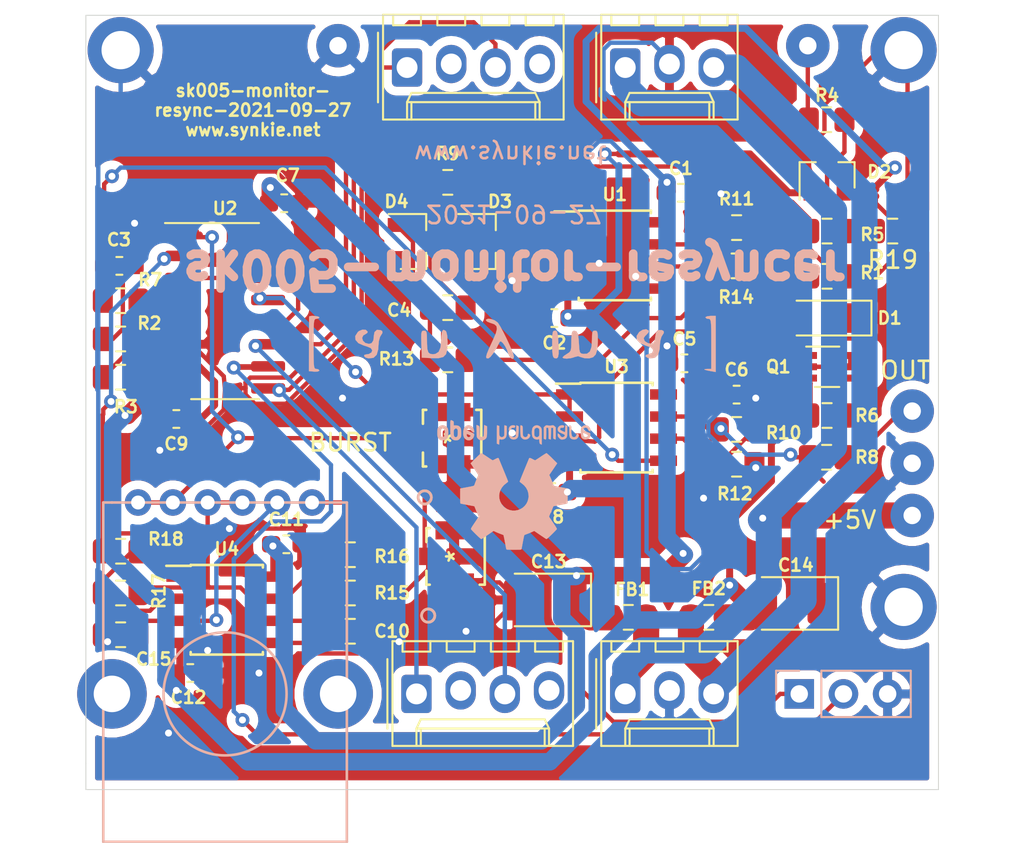
<source format=kicad_pcb>
(kicad_pcb (version 20171130) (host pcbnew "(5.1.5-0-10_14)")
  (layers (0 F.Cu signal) (31 B.Cu signal) (34 B.Paste user) (35 F.Paste user) (36 B.SilkS user) (37 F.SilkS user) (38 B.Mask user) (39 F.Mask user) (44 Edge.Cuts user))
  (net 0 "")
  (net 1 +5V)
  (net 2 GND)
  (net 3 -5V)
  (net 4 "Net-(C3-Pad1)")
  (net 5 "Net-(C4-Pad2)")
  (net 6 "Net-(C4-Pad1)")
  (net 7 "Net-(C6-Pad1)")
  (net 8 "Net-(C10-Pad1)")
  (net 9 "Net-(C15-Pad1)")
  (net 10 "Net-(D1-Pad2)")
  (net 11 "Net-(D2-Pad3)")
  (net 12 "Net-(D3-Pad1)")
  (net 13 /supply+)
  (net 14 /supply-)
  (net 15 "Net-(J1-Pad1)")
  (net 16 "Net-(J2-Pad1)")
  (net 17 hsync)
  (net 18 porch)
  (net 19 /local_delayed_burst)
  (net 20 /pre_delayed_burst)
  (net 21 "Net-(Q1-Pad2)")
  (net 22 "Net-(Q1-Pad4)")
  (net 23 /synctip)
  (net 24 "Net-(R7-Pad2)")
  (net 25 "Net-(R10-Pad1)")
  (net 26 "Net-(R11-Pad2)")
  (net 27 "Net-(R13-Pad1)")
  (net 28 "Net-(R15-Pad1)")
  (net 29 "Net-(R16-Pad1)")
  (net 30 "Net-(R17-Pad1)")
  (net 31 /burst_select)
  (net 32 "Net-(U2-Pad12)")
  (net 33 "Net-(U2-Pad14)")
  (net 34 /clipper_out)
  (module synkie_footprints:R_0805_2012Metric_Pad1.15x1.40mm_HandSolder (layer F.Cu) (at 116.375 67.4 180)
    (fp_text reference R19 (at 0 -1.65) (layer F.SilkS))
    (fp_text value "(180?)")
    (pad 2 smd roundrect (at 1.025 0 180) (size 1.15 1.4) (layers F.Cu F.Paste F.Mask) (roundrect_rratio 0.217391) (net 11 "Net-(D2-Pad3)"))
    (pad 1 smd roundrect (at -1.025 0 180) (size 1.15 1.4) (layers F.Cu F.Paste F.Mask) (roundrect_rratio 0.217391) (net 2 GND))
  )
  (module synkie_footprints:TE_UMCC_2337019-1 (layer F.Cu) (at 91.249399 86.097501 90)
    (fp_text reference J4 hide)
    (fp_text value Burst-Thru hide)
    (fp_text user * (at 0 0 90) (layer F.SilkS))
    (pad 1 smd rect (at 0 -1.5744 90) (size 1 1.05) (layers F.Cu F.Paste F.Mask) (net 20 /pre_delayed_burst))
    (pad 2 smd rect (at -1.497501 -0.049399 90) (size 1.0414 2.2098) (layers F.Cu F.Paste F.Mask) (net 2 GND))
    (pad 3 smd rect (at 1.497501 -0.049399 90) (size 1.0414 2.2098) (layers F.Cu F.Paste F.Mask) (net 2 GND))
  )
  (module synkie_footprints:Solderpad_1mm (layer F.Cu) (at 118 81)
    (fp_text reference J8 hide)
    (fp_text value gnd)
    (pad 1 thru_hole circle (at -0.508 -0.254) (size 2.5 2.5) (drill 1) (layers *.Cu *.Mask) (net 2 GND))
  )
  (module synkie_footprints:Solderpad_1mm (layer F.Cu) (at 118 84)
    (fp_text reference J3 hide)
    (fp_text value 5V)
    (pad 1 thru_hole circle (at -0.508 -0.254) (size 2.5 2.5) (drill 1) (layers *.Cu *.Mask) (net 13 /supply+))
  )
  (module MountingHole:MountingHole_2.2mm_M2_DIN965_Pad (layer F.Cu) (at 117 89)
    (fp_text reference H3 hide)
    (fp_text value MountingHole_Pad)
    (pad 1 thru_hole circle (at 0 0) (size 3.8 3.8) (drill 2.2) (layers *.Cu *.Mask) (net 2 GND))
  )
  (module MountingHole:MountingHole_2.2mm_M2_DIN965_Pad (layer F.Cu) (at 117 57)
    (fp_text reference H2 hide)
    (fp_text value MountingHole_Pad)
    (pad 1 thru_hole circle (at 0 0) (size 3.8 3.8) (drill 2.2) (layers *.Cu *.Mask) (net 2 GND))
  )
  (module MountingHole:MountingHole_2.2mm_M2_DIN965_Pad (layer F.Cu) (at 72 57)
    (fp_text reference H1 hide)
    (fp_text value MountingHole_Pad)
    (pad 1 thru_hole circle (at 0 0) (size 3.8 3.8) (drill 2.2) (layers *.Cu *.Mask) (net 2 GND))
  )
  (module Symbol:OSHW-Logo2_9.8x8mm_SilkScreen (layer B.Cu) (at 94.6 82)
    (fp_text reference U6 hide)
    (fp_text value LOGO hide)
  )
  (module anyma_footprints:logo_anyma (layer B.Cu) (at 94.6 73.8)
    (fp_text reference U5 hide)
    (fp_text value LOGO hide)
  )
  (module synkie_footprints:SOIC-8_3.9x4.9mm_P1.27mm (layer F.Cu) (at 78.1 89.165)
    (fp_text reference U4 (at 0 -3.5) (layer F.SilkS) (effects (font (size 0.7 0.7))))
    (fp_text value Opamp_Dual_Generic)
    (pad 8 smd rect (at 2.7 -1.905) (size 1.55 0.6) (layers F.Cu F.Paste F.Mask) (net 1 +5V))
    (pad 7 smd rect (at 2.7 -0.635) (size 1.55 0.6) (layers F.Cu F.Paste F.Mask) (net 29 "Net-(R16-Pad1)"))
    (pad 6 smd rect (at 2.7 0.635) (size 1.55 0.6) (layers F.Cu F.Paste F.Mask) (net 28 "Net-(R15-Pad1)"))
    (pad 5 smd rect (at 2.7 1.905) (size 1.55 0.6) (layers F.Cu F.Paste F.Mask) (net 8 "Net-(C10-Pad1)"))
    (pad 4 smd rect (at -2.7 1.905) (size 1.55 0.6) (layers F.Cu F.Paste F.Mask) (net 3 -5V))
    (pad 3 smd rect (at -2.7 0.635) (size 1.55 0.6) (layers F.Cu F.Paste F.Mask) (net 9 "Net-(C15-Pad1)"))
    (pad 2 smd rect (at -2.7 -0.635) (size 1.55 0.6) (layers F.Cu F.Paste F.Mask) (net 30 "Net-(R17-Pad1)"))
    (pad 1 smd rect (at -2.7 -1.905) (size 1.55 0.6) (layers F.Cu F.Paste F.Mask) (net 19 /local_delayed_burst))
  )
  (module synkie_footprints:SOIC-8_3.9x4.9mm_P1.27mm (layer F.Cu) (at 100.5 78.695)
    (fp_text reference U3 (at 0 -3.5) (layer F.SilkS) (effects (font (size 0.7 0.7))))
    (fp_text value LMH6643)
    (pad 8 smd rect (at 2.7 -1.905) (size 1.55 0.6) (layers F.Cu F.Paste F.Mask) (net 1 +5V))
    (pad 7 smd rect (at 2.7 -0.635) (size 1.55 0.6) (layers F.Cu F.Paste F.Mask) (net 25 "Net-(R10-Pad1)"))
    (pad 6 smd rect (at 2.7 0.635) (size 1.55 0.6) (layers F.Cu F.Paste F.Mask) (net 7 "Net-(C6-Pad1)"))
    (pad 5 smd rect (at 2.7 1.905) (size 1.55 0.6) (layers F.Cu F.Paste F.Mask) (net 4 "Net-(C3-Pad1)"))
    (pad 4 smd rect (at -2.7 1.905) (size 1.55 0.6) (layers F.Cu F.Paste F.Mask) (net 3 -5V))
    (pad 3 smd rect (at -2.7 0.635) (size 1.55 0.6) (layers F.Cu F.Paste F.Mask) (net 22 "Net-(Q1-Pad4)"))
    (pad 2 smd rect (at -2.7 -0.635) (size 1.55 0.6) (layers F.Cu F.Paste F.Mask) (net 34 /clipper_out))
    (pad 1 smd rect (at -2.7 -1.905) (size 1.55 0.6) (layers F.Cu F.Paste F.Mask) (net 34 /clipper_out))
  )
  (module Package_SO:SOIC-16_3.9x9.9mm_P1.27mm (layer F.Cu) (at 78 72)
    (fp_text reference U2 (at 0 -5.9) (layer F.SilkS) (effects (font (size 0.7 0.7))))
    (fp_text value 4053)
    (pad 16 smd roundrect (at 2.475 -4.445) (size 1.95 0.6) (layers F.Cu F.Paste F.Mask) (net 1 +5V))
    (pad 15 smd roundrect (at 2.475 -3.175) (size 1.95 0.6) (layers F.Cu F.Paste F.Mask) (net 32 "Net-(U2-Pad12)"))
    (pad 14 smd roundrect (at 2.475 -1.905) (size 1.95 0.6) (layers F.Cu F.Paste F.Mask) (net 33 "Net-(U2-Pad14)"))
    (pad 13 smd roundrect (at 2.475 -0.635) (size 1.95 0.6) (layers F.Cu F.Paste F.Mask) (net 34 /clipper_out))
    (pad 12 smd roundrect (at 2.475 0.635) (size 1.95 0.6) (layers F.Cu F.Paste F.Mask) (net 32 "Net-(U2-Pad12)"))
    (pad 11 smd roundrect (at 2.475 1.905) (size 1.95 0.6) (layers F.Cu F.Paste F.Mask) (net 18 porch))
    (pad 10 smd roundrect (at 2.475 3.175) (size 1.95 0.6) (layers F.Cu F.Paste F.Mask) (net 31 /burst_select))
    (pad 9 smd roundrect (at 2.475 4.445) (size 1.95 0.6) (layers F.Cu F.Paste F.Mask) (net 17 hsync))
    (pad 8 smd roundrect (at -2.475 4.445) (size 1.95 0.6) (layers F.Cu F.Paste F.Mask) (net 2 GND))
    (pad 7 smd roundrect (at -2.475 3.175) (size 1.95 0.6) (layers F.Cu F.Paste F.Mask) (net 3 -5V))
    (pad 6 smd roundrect (at -2.475 1.905) (size 1.95 0.6) (layers F.Cu F.Paste F.Mask) (net 2 GND))
    (pad 5 smd roundrect (at -2.475 0.635) (size 1.95 0.6) (layers F.Cu F.Paste F.Mask) (net 23 /synctip))
    (pad 4 smd roundrect (at -2.475 -0.635) (size 1.95 0.6) (layers F.Cu F.Paste F.Mask) (net 24 "Net-(R7-Pad2)"))
    (pad 3 smd roundrect (at -2.475 -1.905) (size 1.95 0.6) (layers F.Cu F.Paste F.Mask) (net 33 "Net-(U2-Pad14)"))
    (pad 2 smd roundrect (at -2.475 -3.175) (size 1.95 0.6) (layers F.Cu F.Paste F.Mask) (net 19 /local_delayed_burst))
    (pad 1 smd roundrect (at -2.475 -4.445) (size 1.95 0.6) (layers F.Cu F.Paste F.Mask) (net 20 /pre_delayed_burst))
  )
  (module synkie_footprints:SOIC-8_3.9x4.9mm_P1.27mm (layer F.Cu) (at 100.4 68.8)
    (fp_text reference U1 (at 0 -3.5) (layer F.SilkS) (effects (font (size 0.7 0.7))))
    (fp_text value LMH6643)
    (pad 8 smd rect (at 2.7 -1.905) (size 1.55 0.6) (layers F.Cu F.Paste F.Mask) (net 1 +5V))
    (pad 7 smd rect (at 2.7 -0.635) (size 1.55 0.6) (layers F.Cu F.Paste F.Mask) (net 26 "Net-(R11-Pad2)"))
    (pad 6 smd rect (at 2.7 0.635) (size 1.55 0.6) (layers F.Cu F.Paste F.Mask) (net 27 "Net-(R13-Pad1)"))
    (pad 5 smd rect (at 2.7 1.905) (size 1.55 0.6) (layers F.Cu F.Paste F.Mask) (net 2 GND))
    (pad 4 smd rect (at -2.7 1.905) (size 1.55 0.6) (layers F.Cu F.Paste F.Mask) (net 3 -5V))
    (pad 3 smd rect (at -2.7 0.635) (size 1.55 0.6) (layers F.Cu F.Paste F.Mask) (net 2 GND))
    (pad 2 smd rect (at -2.7 -0.635) (size 1.55 0.6) (layers F.Cu F.Paste F.Mask) (net 12 "Net-(D3-Pad1)"))
    (pad 1 smd rect (at -2.7 -1.905) (size 1.55 0.6) (layers F.Cu F.Paste F.Mask) (net 6 "Net-(C4-Pad1)"))
  )
  (module synkie_footprints:PinHeader_1x03_P2.54mm_Vertical (layer B.Cu) (at 111 94 270)
    (fp_text reference SW1 hide)
    (fp_text value SW_SPDT)
    (pad 3 thru_hole oval (at 0 -5.08 270) (size 1.7 1.7) (drill 1) (layers *.Cu *.Mask) (net 2 GND))
    (pad 2 thru_hole oval (at 0 -2.54 270) (size 1.7 1.7) (drill 1) (layers *.Cu *.Mask) (net 31 /burst_select))
    (pad 1 thru_hole rect (at 0 0 270) (size 1.7 1.7) (drill 1) (layers *.Cu *.Mask) (net 1 +5V))
  )
  (module synkie_footprints:RK12L123 (layer B.Cu) (at 78 83)
    (fp_text reference RV1 hide)
    (fp_text value R_POT_Dual)
    (pad 9 thru_hole circle (at -6.5 11) (size 4 4) (drill 2.1) (layers *.Cu *.Mask))
    (pad 7 thru_hole circle (at 6.5 11) (size 4 4) (drill 2.1) (layers *.Cu *.Mask))
    (pad 6 thru_hole circle (at 3 0) (size 1.524 1.524) (drill 0.8) (layers *.Cu *.Mask) (net 9 "Net-(C15-Pad1)"))
    (pad 5 thru_hole circle (at 1 0) (size 1.524 1.524) (drill 0.8) (layers *.Cu *.Mask) (net 29 "Net-(R16-Pad1)"))
    (pad 4 thru_hole circle (at -1 0) (size 1.524 1.524) (drill 0.8) (layers *.Cu *.Mask) (net 29 "Net-(R16-Pad1)"))
    (pad 3 thru_hole circle (at 5 0) (size 1.524 1.524) (drill 0.8) (layers *.Cu *.Mask) (net 8 "Net-(C10-Pad1)"))
    (pad 2 thru_hole circle (at -5 0) (size 1.524 1.524) (drill 0.8) (layers *.Cu *.Mask) (net 20 /pre_delayed_burst))
    (pad 1 thru_hole circle (at -3 0) (size 1.524 1.524) (drill 0.8) (layers *.Cu *.Mask) (net 20 /pre_delayed_burst))
  )
  (module synkie_footprints:R_0805_2012Metric_Pad1.15x1.40mm_HandSolder (layer F.Cu) (at 72 85.8)
    (fp_text reference R18 (at 2.6 -0.7) (layer F.SilkS) (effects (font (size 0.7 0.7))))
    (fp_text value 220)
    (pad 2 smd roundrect (at 1.025 0) (size 1.15 1.4) (layers F.Cu F.Paste F.Mask) (roundrect_rratio 0.217391) (net 30 "Net-(R17-Pad1)"))
    (pad 1 smd roundrect (at -1.025 0) (size 1.15 1.4) (layers F.Cu F.Paste F.Mask) (roundrect_rratio 0.217391) (net 19 /local_delayed_burst))
  )
  (module synkie_footprints:R_0805_2012Metric_Pad1.15x1.40mm_HandSolder (layer F.Cu) (at 72 88.2)
    (fp_text reference R17 (at 2.2 -0.1 90) (layer F.SilkS) (effects (font (size 0.7 0.7))))
    (fp_text value 220)
    (pad 2 smd roundrect (at 1.025 0) (size 1.15 1.4) (layers F.Cu F.Paste F.Mask) (roundrect_rratio 0.217391) (net 29 "Net-(R16-Pad1)"))
    (pad 1 smd roundrect (at -1.025 0) (size 1.15 1.4) (layers F.Cu F.Paste F.Mask) (roundrect_rratio 0.217391) (net 30 "Net-(R17-Pad1)"))
  )
  (module synkie_footprints:R_0805_2012Metric_Pad1.15x1.40mm_HandSolder (layer F.Cu) (at 85.2 86)
    (fp_text reference R16 (at 2.4 0.1) (layer F.SilkS) (effects (font (size 0.7 0.7))))
    (fp_text value 220)
    (pad 2 smd roundrect (at 1.025 0) (size 1.15 1.4) (layers F.Cu F.Paste F.Mask) (roundrect_rratio 0.217391) (net 28 "Net-(R15-Pad1)"))
    (pad 1 smd roundrect (at -1.025 0) (size 1.15 1.4) (layers F.Cu F.Paste F.Mask) (roundrect_rratio 0.217391) (net 29 "Net-(R16-Pad1)"))
  )
  (module synkie_footprints:R_0805_2012Metric_Pad1.15x1.40mm_HandSolder (layer F.Cu) (at 85.2 88.2)
    (fp_text reference R15 (at 2.4 0) (layer F.SilkS) (effects (font (size 0.7 0.7))))
    (fp_text value 220)
    (pad 2 smd roundrect (at 1.025 0) (size 1.15 1.4) (layers F.Cu F.Paste F.Mask) (roundrect_rratio 0.217391) (net 20 /pre_delayed_burst))
    (pad 1 smd roundrect (at -1.025 0) (size 1.15 1.4) (layers F.Cu F.Paste F.Mask) (roundrect_rratio 0.217391) (net 28 "Net-(R15-Pad1)"))
  )
  (module synkie_footprints:R_0805_2012Metric_Pad1.15x1.40mm_HandSolder (layer F.Cu) (at 107.375 69.4)
    (fp_text reference R14 (at 0 1.8) (layer F.SilkS) (effects (font (size 0.7 0.7))))
    (fp_text value 75)
    (pad 2 smd roundrect (at 1.025 0) (size 1.15 1.4) (layers F.Cu F.Paste F.Mask) (roundrect_rratio 0.217391) (net 27 "Net-(R13-Pad1)"))
    (pad 1 smd roundrect (at -1.025 0) (size 1.15 1.4) (layers F.Cu F.Paste F.Mask) (roundrect_rratio 0.217391) (net 26 "Net-(R11-Pad2)"))
  )
  (module synkie_footprints:R_0805_2012Metric_Pad1.15x1.40mm_HandSolder (layer F.Cu) (at 90.8 74.8 180)
    (fp_text reference R13 (at 2.95 0.05) (layer F.SilkS) (effects (font (size 0.7 0.7))))
    (fp_text value 75)
    (pad 2 smd roundrect (at 1.025 0 180) (size 1.15 1.4) (layers F.Cu F.Paste F.Mask) (roundrect_rratio 0.217391) (net 5 "Net-(C4-Pad2)"))
    (pad 1 smd roundrect (at -1.025 0 180) (size 1.15 1.4) (layers F.Cu F.Paste F.Mask) (roundrect_rratio 0.217391) (net 27 "Net-(R13-Pad1)"))
  )
  (module synkie_footprints:R_0805_2012Metric_Pad1.15x1.40mm_HandSolder (layer F.Cu) (at 107.4 80.8 180)
    (fp_text reference R12 (at 0.1 -1.7) (layer F.SilkS) (effects (font (size 0.7 0.7))))
    (fp_text value 220)
    (pad 2 smd roundrect (at 1.025 0 180) (size 1.15 1.4) (layers F.Cu F.Paste F.Mask) (roundrect_rratio 0.217391) (net 7 "Net-(C6-Pad1)"))
    (pad 1 smd roundrect (at -1.025 0 180) (size 1.15 1.4) (layers F.Cu F.Paste F.Mask) (roundrect_rratio 0.217391) (net 2 GND))
  )
  (module synkie_footprints:R_0805_2012Metric_Pad1.15x1.40mm_HandSolder (layer F.Cu) (at 107.4 67.2)
    (fp_text reference R11 (at 0 -1.65) (layer F.SilkS) (effects (font (size 0.7 0.7))))
    (fp_text value 330)
    (pad 2 smd roundrect (at 1.025 0) (size 1.15 1.4) (layers F.Cu F.Paste F.Mask) (roundrect_rratio 0.217391) (net 26 "Net-(R11-Pad2)"))
    (pad 1 smd roundrect (at -1.025 0) (size 1.15 1.4) (layers F.Cu F.Paste F.Mask) (roundrect_rratio 0.217391) (net 22 "Net-(Q1-Pad4)"))
  )
  (module synkie_footprints:R_0805_2012Metric_Pad1.15x1.40mm_HandSolder (layer F.Cu) (at 107.4 78.8)
    (fp_text reference R10 (at 2.7 0.2) (layer F.SilkS) (effects (font (size 0.7 0.7))))
    (fp_text value 220)
    (pad 2 smd roundrect (at 1.025 0) (size 1.15 1.4) (layers F.Cu F.Paste F.Mask) (roundrect_rratio 0.217391) (net 7 "Net-(C6-Pad1)"))
    (pad 1 smd roundrect (at -1.025 0) (size 1.15 1.4) (layers F.Cu F.Paste F.Mask) (roundrect_rratio 0.217391) (net 25 "Net-(R10-Pad1)"))
  )
  (module synkie_footprints:R_0805_2012Metric_Pad1.15x1.40mm_HandSolder (layer F.Cu) (at 90.8 64.6)
    (fp_text reference R9 (at 0 -1.65) (layer F.SilkS) (effects (font (size 0.7 0.7))))
    (fp_text value 75)
    (pad 2 smd roundrect (at 1.025 0) (size 1.15 1.4) (layers F.Cu F.Paste F.Mask) (roundrect_rratio 0.217391) (net 12 "Net-(D3-Pad1)"))
    (pad 1 smd roundrect (at -1.025 0) (size 1.15 1.4) (layers F.Cu F.Paste F.Mask) (roundrect_rratio 0.217391) (net 5 "Net-(C4-Pad2)"))
  )
  (module synkie_footprints:R_0805_2012Metric_Pad1.15x1.40mm_HandSolder (layer F.Cu) (at 112.575 80.4)
    (fp_text reference R8 (at 2.325 0) (layer F.SilkS) (effects (font (size 0.7 0.7))))
    (fp_text value 75)
    (pad 2 smd roundrect (at 1.025 0) (size 1.15 1.4) (layers F.Cu F.Paste F.Mask) (roundrect_rratio 0.217391) (net 16 "Net-(J2-Pad1)"))
    (pad 1 smd roundrect (at -1.025 0) (size 1.15 1.4) (layers F.Cu F.Paste F.Mask) (roundrect_rratio 0.217391) (net 25 "Net-(R10-Pad1)"))
  )
  (module synkie_footprints:R_0805_2012Metric_Pad1.15x1.40mm_HandSolder (layer F.Cu) (at 72 71.4)
    (fp_text reference R7 (at 1.7 -1.2) (layer F.SilkS) (effects (font (size 0.7 0.7))))
    (fp_text value 120)
    (pad 2 smd roundrect (at 1.025 0) (size 1.15 1.4) (layers F.Cu F.Paste F.Mask) (roundrect_rratio 0.217391) (net 24 "Net-(R7-Pad2)"))
    (pad 1 smd roundrect (at -1.025 0) (size 1.15 1.4) (layers F.Cu F.Paste F.Mask) (roundrect_rratio 0.217391) (net 4 "Net-(C3-Pad1)"))
  )
  (module synkie_footprints:R_0805_2012Metric_Pad1.15x1.40mm_HandSolder (layer F.Cu) (at 112.6 78)
    (fp_text reference R6 (at 2.3 0) (layer F.SilkS) (effects (font (size 0.7 0.7))))
    (fp_text value 5k6)
    (pad 2 smd roundrect (at 1.025 0) (size 1.15 1.4) (layers F.Cu F.Paste F.Mask) (roundrect_rratio 0.217391) (net 21 "Net-(Q1-Pad2)"))
    (pad 1 smd roundrect (at -1.025 0) (size 1.15 1.4) (layers F.Cu F.Paste F.Mask) (roundrect_rratio 0.217391) (net 3 -5V))
  )
  (module synkie_footprints:R_0805_2012Metric_Pad1.15x1.40mm_HandSolder (layer F.Cu) (at 112.6 67.4)
    (fp_text reference R5 (at 2.6 0.2) (layer F.SilkS) (effects (font (size 0.7 0.7))))
    (fp_text value 75)
    (pad 2 smd roundrect (at 1.025 0) (size 1.15 1.4) (layers F.Cu F.Paste F.Mask) (roundrect_rratio 0.217391) (net 11 "Net-(D2-Pad3)"))
    (pad 1 smd roundrect (at -1.025 0) (size 1.15 1.4) (layers F.Cu F.Paste F.Mask) (roundrect_rratio 0.217391) (net 12 "Net-(D3-Pad1)"))
  )
  (module synkie_footprints:R_0805_2012Metric_Pad1.15x1.40mm_HandSolder (layer F.Cu) (at 112.575 61 180)
    (fp_text reference R4 (at -0.025 1.4) (layer F.SilkS) (effects (font (size 0.7 0.7))))
    (fp_text value 75)
    (pad 2 smd roundrect (at 1.025 0 180) (size 1.15 1.4) (layers F.Cu F.Paste F.Mask) (roundrect_rratio 0.217391) (net 15 "Net-(J1-Pad1)"))
    (pad 1 smd roundrect (at -1.025 0 180) (size 1.15 1.4) (layers F.Cu F.Paste F.Mask) (roundrect_rratio 0.217391) (net 11 "Net-(D2-Pad3)"))
  )
  (module synkie_footprints:R_0805_2012Metric_Pad1.15x1.40mm_HandSolder (layer F.Cu) (at 72 75.8)
    (fp_text reference R3 (at 0.3 1.7) (layer F.SilkS) (effects (font (size 0.7 0.7))))
    (fp_text value 4k7)
    (pad 2 smd roundrect (at 1.025 0) (size 1.15 1.4) (layers F.Cu F.Paste F.Mask) (roundrect_rratio 0.217391) (net 3 -5V))
    (pad 1 smd roundrect (at -1.025 0) (size 1.15 1.4) (layers F.Cu F.Paste F.Mask) (roundrect_rratio 0.217391) (net 23 /synctip))
  )
  (module synkie_footprints:R_0805_2012Metric_Pad1.15x1.40mm_HandSolder (layer F.Cu) (at 72 73.6)
    (fp_text reference R2 (at 1.65 -0.9) (layer F.SilkS) (effects (font (size 0.7 0.7))))
    (fp_text value 300)
    (pad 2 smd roundrect (at 1.025 0) (size 1.15 1.4) (layers F.Cu F.Paste F.Mask) (roundrect_rratio 0.217391) (net 23 /synctip))
    (pad 1 smd roundrect (at -1.025 0) (size 1.15 1.4) (layers F.Cu F.Paste F.Mask) (roundrect_rratio 0.217391) (net 2 GND))
  )
  (module synkie_footprints:R_0805_2012Metric_Pad1.15x1.40mm_HandSolder (layer F.Cu) (at 112.6 70)
    (fp_text reference R1 (at 2.6 -0.2) (layer F.SilkS) (effects (font (size 0.7 0.7))))
    (fp_text value 120)
    (pad 2 smd roundrect (at 1.025 0) (size 1.15 1.4) (layers F.Cu F.Paste F.Mask) (roundrect_rratio 0.217391) (net 1 +5V))
    (pad 1 smd roundrect (at -1.025 0) (size 1.15 1.4) (layers F.Cu F.Paste F.Mask) (roundrect_rratio 0.217391) (net 10 "Net-(D1-Pad2)"))
  )
  (module synkie_footprints:SOT-363_SC-70-6_Handsoldering (layer F.Cu) (at 112.6 75.2)
    (fp_text reference Q1 (at -2.8 0) (layer F.SilkS) (effects (font (size 0.7 0.7))))
    (fp_text value PMBT3906YS)
    (pad 1 smd rect (at -1.33 -0.65) (size 1.5 0.4) (layers F.Cu F.Paste F.Mask) (net 10 "Net-(D1-Pad2)"))
    (pad 2 smd rect (at -1.33 0) (size 1.5 0.4) (layers F.Cu F.Paste F.Mask) (net 21 "Net-(Q1-Pad2)"))
    (pad 3 smd rect (at -1.33 0.65) (size 1.5 0.4) (layers F.Cu F.Paste F.Mask) (net 3 -5V))
    (pad 4 smd rect (at 1.33 0.65) (size 1.5 0.4) (layers F.Cu F.Paste F.Mask) (net 22 "Net-(Q1-Pad4)"))
    (pad 5 smd rect (at 1.33 0) (size 1.5 0.4) (layers F.Cu F.Paste F.Mask) (net 21 "Net-(Q1-Pad2)"))
    (pad 6 smd rect (at 1.33 -0.65) (size 1.5 0.4) (layers F.Cu F.Paste F.Mask) (net 21 "Net-(Q1-Pad2)"))
  )
  (module synkie_footprints:Molex_KK-254_AE-6410-03A_1x03_P2.54mm_Vertical (layer F.Cu) (at 101 94)
    (fp_text reference J11 hide)
    (fp_text value Power)
    (pad 3 thru_hole oval (at 5.08 0) (size 1.74 2.2) (drill 1.2) (layers *.Cu *.Mask) (net 14 /supply-))
    (pad 2 thru_hole oval (at 2.54 -0.2) (size 1.74 2.2) (drill 1.2) (layers *.Cu *.Mask) (net 2 GND))
    (pad 1 thru_hole roundrect (at 0 0) (size 1.74 2.2) (drill 1.2) (layers *.Cu *.Mask) (roundrect_rratio 0.143678) (net 13 /supply+))
  )
  (module synkie_footprints:Molex_KK-254_AE-6410-04A_1x04_P2.54mm_Vertical (layer F.Cu) (at 89 94)
    (fp_text reference J10 hide)
    (fp_text value SYNC)
    (pad 1 thru_hole roundrect (at 0 0) (size 1.74 2.2) (drill 1.2) (layers *.Cu *.Mask) (roundrect_rratio 0.143678) (net 17 hsync))
    (pad 2 thru_hole oval (at 2.54 -0.2) (size 1.74 2.2) (drill 1.2) (layers *.Cu *.Mask))
    (pad 3 thru_hole oval (at 5.08 0) (size 1.74 2.2) (drill 1.2) (layers *.Cu *.Mask) (net 18 porch))
    (pad 4 thru_hole oval (at 7.62 -0.2) (size 1.74 2.2) (drill 1.2) (layers *.Cu *.Mask))
  )
  (module synkie_footprints:TE_UMCC_2337019-1 (layer F.Cu) (at 91.049399 79.302499 90)
    (fp_text reference J9 hide)
    (fp_text value Delayed_burst_in hide)
    (fp_text user * (at 0 0 90) (layer F.SilkS))
    (pad 1 smd rect (at 0 -1.5744 90) (size 1 1.05) (layers F.Cu F.Paste F.Mask) (net 20 /pre_delayed_burst))
    (pad 2 smd rect (at -1.497501 -0.049399 90) (size 1.0414 2.2098) (layers F.Cu F.Paste F.Mask) (net 2 GND))
    (pad 3 smd rect (at 1.497501 -0.049399 90) (size 1.0414 2.2098) (layers F.Cu F.Paste F.Mask) (net 2 GND))
  )
  (module synkie_footprints:Molex_KK-254_AE-6410-03A_1x03_P2.54mm_Vertical (layer F.Cu) (at 101 58)
    (fp_text reference J7 hide)
    (fp_text value Power)
    (pad 3 thru_hole oval (at 5.08 0) (size 1.74 2.2) (drill 1.2) (layers *.Cu *.Mask) (net 14 /supply-))
    (pad 2 thru_hole oval (at 2.54 -0.2) (size 1.74 2.2) (drill 1.2) (layers *.Cu *.Mask) (net 2 GND))
    (pad 1 thru_hole roundrect (at 0 0) (size 1.74 2.2) (drill 1.2) (layers *.Cu *.Mask) (roundrect_rratio 0.143678) (net 13 /supply+))
  )
  (module synkie_footprints:Molex_KK-254_AE-6410-04A_1x04_P2.54mm_Vertical (layer F.Cu) (at 88.46 58)
    (fp_text reference J6 hide)
    (fp_text value SYNC)
    (pad 1 thru_hole roundrect (at 0 0) (size 1.74 2.2) (drill 1.2) (layers *.Cu *.Mask) (roundrect_rratio 0.143678) (net 17 hsync))
    (pad 2 thru_hole oval (at 2.54 -0.2) (size 1.74 2.2) (drill 1.2) (layers *.Cu *.Mask))
    (pad 3 thru_hole oval (at 5.08 0) (size 1.74 2.2) (drill 1.2) (layers *.Cu *.Mask) (net 18 porch))
    (pad 4 thru_hole oval (at 7.62 -0.2) (size 1.74 2.2) (drill 1.2) (layers *.Cu *.Mask))
  )
  (module synkie_footprints:Solderpad_1mm (layer F.Cu) (at 85 57)
    (fp_text reference J5 hide)
    (fp_text value gnd)
    (pad 1 thru_hole circle (at -0.508 -0.254) (size 2.5 2.5) (drill 1) (layers *.Cu *.Mask) (net 2 GND))
  )
  (module synkie_footprints:Solderpad_1mm (layer F.Cu) (at 118 78)
    (fp_text reference J2 hide)
    (fp_text value OUT)
    (pad 1 thru_hole circle (at -0.508 -0.254) (size 2.5 2.5) (drill 1) (layers *.Cu *.Mask) (net 16 "Net-(J2-Pad1)"))
  )
  (module synkie_footprints:Solderpad_1mm (layer F.Cu) (at 112 57)
    (fp_text reference J1 hide)
    (fp_text value IN)
    (pad 1 thru_hole circle (at -0.508 -0.254) (size 2.5 2.5) (drill 1) (layers *.Cu *.Mask) (net 15 "Net-(J1-Pad1)"))
  )
  (module synkie_footprints:L_0805_2012Metric_Pad1.15x1.40mm_HandSolder (layer F.Cu) (at 105.8 89.6)
    (fp_text reference FB2 (at 0 -1.65) (layer F.SilkS) (effects (font (size 0.7 0.7))))
    (fp_text value 330u)
    (pad 1 smd roundrect (at -1.025 0) (size 1.15 1.4) (layers F.Cu F.Paste F.Mask) (roundrect_rratio 0.217391) (net 14 /supply-))
    (pad 2 smd roundrect (at 1.025 0) (size 1.15 1.4) (layers F.Cu F.Paste F.Mask) (roundrect_rratio 0.217391) (net 3 -5V))
  )
  (module synkie_footprints:L_0805_2012Metric_Pad1.15x1.40mm_HandSolder (layer F.Cu) (at 101.175 89.6 180)
    (fp_text reference FB1 (at -0.225 1.6) (layer F.SilkS) (effects (font (size 0.7 0.7))))
    (fp_text value 330u)
    (pad 1 smd roundrect (at -1.025 0 180) (size 1.15 1.4) (layers F.Cu F.Paste F.Mask) (roundrect_rratio 0.217391) (net 13 /supply+))
    (pad 2 smd roundrect (at 1.025 0 180) (size 1.15 1.4) (layers F.Cu F.Paste F.Mask) (roundrect_rratio 0.217391) (net 1 +5V))
  )
  (module synkie_footprints:D_SOT-23_ANK (layer F.Cu) (at 88.8 68)
    (fp_text reference D4 (at -0.95 -2.3) (layer F.SilkS) (effects (font (size 0.7 0.7))))
    (fp_text value BAT54)
    (pad 1 smd rect (at 1 0) (size 0.9 0.8) (layers F.Cu F.Paste F.Mask) (net 6 "Net-(C4-Pad1)"))
    (pad "" smd rect (at -1 0.95) (size 0.9 0.8) (layers F.Cu F.Paste F.Mask))
    (pad 2 smd rect (at -1 -0.95) (size 0.9 0.8) (layers F.Cu F.Paste F.Mask) (net 5 "Net-(C4-Pad2)"))
  )
  (module synkie_footprints:D_SOT-23_ANK (layer F.Cu) (at 92.8 68)
    (fp_text reference D3 (at 1 -2.3) (layer F.SilkS) (effects (font (size 0.7 0.7))))
    (fp_text value BAT54)
    (pad 1 smd rect (at 1 0) (size 0.9 0.8) (layers F.Cu F.Paste F.Mask) (net 12 "Net-(D3-Pad1)"))
    (pad "" smd rect (at -1 0.95) (size 0.9 0.8) (layers F.Cu F.Paste F.Mask))
    (pad 2 smd rect (at -1 -0.95) (size 0.9 0.8) (layers F.Cu F.Paste F.Mask) (net 6 "Net-(C4-Pad1)"))
  )
  (module Package_TO_SOT_SMD:SOT-23 (layer F.Cu) (at 112.6 64.2 90)
    (fp_text reference D2 (at 0.2 3 180) (layer F.SilkS) (effects (font (size 0.7 0.7))))
    (fp_text value BAT54S)
    (pad 3 smd rect (at 1 0 90) (size 0.9 0.8) (layers F.Cu F.Paste F.Mask) (net 11 "Net-(D2-Pad3)"))
    (pad 2 smd rect (at -1 0.95 90) (size 0.9 0.8) (layers F.Cu F.Paste F.Mask) (net 1 +5V))
    (pad 1 smd rect (at -1 -0.95 90) (size 0.9 0.8) (layers F.Cu F.Paste F.Mask) (net 3 -5V))
  )
  (module Diode_SMD:D_MiniMELF (layer F.Cu) (at 112.6 72.4 180)
    (fp_text reference D1 (at -3.6 0) (layer F.SilkS) (effects (font (size 0.7 0.7))))
    (fp_text value D)
    (pad 2 smd rect (at 1.75 0 180) (size 1.3 1.7) (layers F.Cu F.Paste F.Mask) (net 10 "Net-(D1-Pad2)"))
    (pad 1 smd rect (at -1.75 0 180) (size 1.3 1.7) (layers F.Cu F.Paste F.Mask) (net 2 GND))
  )
  (module synkie_footprints:C_0805_2012Metric_Pad1.15x1.40mm_HandSolder (layer F.Cu) (at 72 90.6 180)
    (fp_text reference C15 (at -1.9 -1.4) (layer F.SilkS) (effects (font (size 0.7 0.7))))
    (fp_text value 10p)
    (pad 2 smd roundrect (at 1.025 0 180) (size 1.15 1.4) (layers F.Cu F.Paste F.Mask) (roundrect_rratio 0.217391) (net 2 GND))
    (pad 1 smd roundrect (at -1.025 0 180) (size 1.15 1.4) (layers F.Cu F.Paste F.Mask) (roundrect_rratio 0.217391) (net 9 "Net-(C15-Pad1)"))
  )
  (module synkie_footprints:CP_EIA-3528-21_Kemet-B_Pad1.50x2.35mm_HandSolder (layer F.Cu) (at 110.6 88.8 180)
    (fp_text reference C14 (at -0.2 2.2) (layer F.SilkS) (effects (font (size 0.7 0.7))))
    (fp_text value 10u)
    (pad 2 smd roundrect (at 1.625 0 180) (size 1.5 2.35) (layers F.Cu F.Paste F.Mask) (roundrect_rratio 0.166667) (net 3 -5V))
    (pad 1 smd roundrect (at -1.625 0 180) (size 1.5 2.35) (layers F.Cu F.Paste F.Mask) (roundrect_rratio 0.166667) (net 2 GND))
  )
  (module synkie_footprints:CP_EIA-3528-21_Kemet-B_Pad1.50x2.35mm_HandSolder (layer F.Cu) (at 96.4 88.6 180)
    (fp_text reference C13 (at -0.2 2.2) (layer F.SilkS) (effects (font (size 0.7 0.7))))
    (fp_text value 10u)
    (pad 2 smd roundrect (at 1.625 0 180) (size 1.5 2.35) (layers F.Cu F.Paste F.Mask) (roundrect_rratio 0.166667) (net 2 GND))
    (pad 1 smd roundrect (at -1.625 0 180) (size 1.5 2.35) (layers F.Cu F.Paste F.Mask) (roundrect_rratio 0.166667) (net 1 +5V))
  )
  (module synkie_footprints:C_0603_1608Metric_Pad1.05x0.95mm_HandSolder (layer F.Cu) (at 76 92.8)
    (fp_text reference C12 (at -0.1 1.4) (layer F.SilkS) (effects (font (size 0.7 0.7))))
    (fp_text value 100n)
    (pad 2 smd roundrect (at 0.875 0) (size 1.05 0.95) (layers F.Cu F.Paste F.Mask) (net 2 GND))
    (pad 1 smd roundrect (at -0.875 0) (size 1.05 0.95) (layers F.Cu F.Paste F.Mask) (net 3 -5V))
  )
  (module synkie_footprints:C_0603_1608Metric_Pad1.05x0.95mm_HandSolder (layer F.Cu) (at 81.525 85.4)
    (fp_text reference C11 (at 0 -1.43) (layer F.SilkS) (effects (font (size 0.7 0.7))))
    (fp_text value 100n)
    (pad 2 smd roundrect (at 0.875 0) (size 1.05 0.95) (layers F.Cu F.Paste F.Mask) (net 2 GND))
    (pad 1 smd roundrect (at -0.875 0) (size 1.05 0.95) (layers F.Cu F.Paste F.Mask) (net 1 +5V))
  )
  (module synkie_footprints:C_0805_2012Metric_Pad1.15x1.40mm_HandSolder (layer F.Cu) (at 85.2 90.4)
    (fp_text reference C10 (at 2.4 0) (layer F.SilkS) (effects (font (size 0.7 0.7))))
    (fp_text value 10p)
    (pad 2 smd roundrect (at 1.025 0) (size 1.15 1.4) (layers F.Cu F.Paste F.Mask) (roundrect_rratio 0.217391) (net 2 GND))
    (pad 1 smd roundrect (at -1.025 0) (size 1.15 1.4) (layers F.Cu F.Paste F.Mask) (roundrect_rratio 0.217391) (net 8 "Net-(C10-Pad1)"))
  )
  (module synkie_footprints:C_0603_1608Metric_Pad1.05x0.95mm_HandSolder (layer F.Cu) (at 75.2 78.2 180)
    (fp_text reference C9 (at 0 -1.43) (layer F.SilkS) (effects (font (size 0.7 0.7))))
    (fp_text value 100n)
    (pad 2 smd roundrect (at 0.875 0 180) (size 1.05 0.95) (layers F.Cu F.Paste F.Mask) (net 2 GND))
    (pad 1 smd roundrect (at -0.875 0 180) (size 1.05 0.95) (layers F.Cu F.Paste F.Mask) (net 3 -5V))
  )
  (module synkie_footprints:C_0603_1608Metric_Pad1.05x0.95mm_HandSolder (layer F.Cu) (at 96.8 82.4 180)
    (fp_text reference C8 (at 0 -1.43) (layer F.SilkS) (effects (font (size 0.7 0.7))))
    (fp_text value 100n)
    (pad 2 smd roundrect (at 0.875 0 180) (size 1.05 0.95) (layers F.Cu F.Paste F.Mask) (net 2 GND))
    (pad 1 smd roundrect (at -0.875 0 180) (size 1.05 0.95) (layers F.Cu F.Paste F.Mask) (net 3 -5V))
  )
  (module synkie_footprints:C_0603_1608Metric_Pad1.05x0.95mm_HandSolder (layer F.Cu) (at 81.4 65.8 180)
    (fp_text reference C7 (at -0.2 1.6) (layer F.SilkS) (effects (font (size 0.7 0.7))))
    (fp_text value 100n)
    (pad 2 smd roundrect (at 0.875 0 180) (size 1.05 0.95) (layers F.Cu F.Paste F.Mask) (net 1 +5V))
    (pad 1 smd roundrect (at -0.875 0 180) (size 1.05 0.95) (layers F.Cu F.Paste F.Mask) (net 2 GND))
  )
  (module synkie_footprints:C_0603_1608Metric_Pad1.05x0.95mm_HandSolder (layer F.Cu) (at 107.4 76.8)
    (fp_text reference C6 (at 0 -1.43) (layer F.SilkS) (effects (font (size 0.7 0.7))))
    (fp_text value 10p)
    (pad 2 smd roundrect (at 0.875 0) (size 1.05 0.95) (layers F.Cu F.Paste F.Mask) (net 2 GND))
    (pad 1 smd roundrect (at -0.875 0) (size 1.05 0.95) (layers F.Cu F.Paste F.Mask) (net 7 "Net-(C6-Pad1)"))
  )
  (module synkie_footprints:C_0603_1608Metric_Pad1.05x0.95mm_HandSolder (layer F.Cu) (at 104.4 75 180)
    (fp_text reference C5 (at 0 1.4) (layer F.SilkS) (effects (font (size 0.7 0.7))))
    (fp_text value 100n)
    (pad 2 smd roundrect (at 0.875 0 180) (size 1.05 0.95) (layers F.Cu F.Paste F.Mask) (net 1 +5V))
    (pad 1 smd roundrect (at -0.875 0 180) (size 1.05 0.95) (layers F.Cu F.Paste F.Mask) (net 2 GND))
  )
  (module synkie_footprints:C_0805_2012Metric_Pad1.15x1.40mm_HandSolder (layer F.Cu) (at 90.8 71.8 180)
    (fp_text reference C4 (at 2.8 -0.15) (layer F.SilkS) (effects (font (size 0.7 0.7))))
    (fp_text value 1n)
    (pad 2 smd roundrect (at 1.025 0 180) (size 1.15 1.4) (layers F.Cu F.Paste F.Mask) (roundrect_rratio 0.217391) (net 5 "Net-(C4-Pad2)"))
    (pad 1 smd roundrect (at -1.025 0 180) (size 1.15 1.4) (layers F.Cu F.Paste F.Mask) (roundrect_rratio 0.217391) (net 6 "Net-(C4-Pad1)"))
  )
  (module synkie_footprints:C_0603_1608Metric_Pad1.05x0.95mm_HandSolder (layer F.Cu) (at 71.925 69.4)
    (fp_text reference C3 (at -0.025 -1.5) (layer F.SilkS) (effects (font (size 0.7 0.7))))
    (fp_text value 120p)
    (pad 2 smd roundrect (at 0.875 0) (size 1.05 0.95) (layers F.Cu F.Paste F.Mask) (net 2 GND))
    (pad 1 smd roundrect (at -0.875 0) (size 1.05 0.95) (layers F.Cu F.Paste F.Mask) (net 4 "Net-(C3-Pad1)"))
  )
  (module synkie_footprints:C_0603_1608Metric_Pad1.05x0.95mm_HandSolder (layer F.Cu) (at 96.925 72.4 180)
    (fp_text reference C2 (at 0 -1.43) (layer F.SilkS) (effects (font (size 0.7 0.7))))
    (fp_text value 100n)
    (pad 2 smd roundrect (at 0.875 0 180) (size 1.05 0.95) (layers F.Cu F.Paste F.Mask) (net 2 GND))
    (pad 1 smd roundrect (at -0.875 0 180) (size 1.05 0.95) (layers F.Cu F.Paste F.Mask) (net 3 -5V))
  )
  (module synkie_footprints:C_0603_1608Metric_Pad1.05x0.95mm_HandSolder (layer F.Cu) (at 104.2 65.2 180)
    (fp_text reference C1 (at 0 1.4) (layer F.SilkS) (effects (font (size 0.7 0.7))))
    (fp_text value 100n)
    (pad 2 smd roundrect (at 0.875 0 180) (size 1.05 0.95) (layers F.Cu F.Paste F.Mask) (net 1 +5V))
    (pad 1 smd roundrect (at -0.875 0 180) (size 1.05 0.95) (layers F.Cu F.Paste F.Mask) (net 2 GND))
  )
  (gr_line (start 70 99.5) (end 70 98) (layer Edge.Cuts) (width 0.05))
  (gr_line (start 119 99.5) (end 70 99.5) (layer Edge.Cuts) (width 0.05))
  (gr_line (start 119 98) (end 119 99.5) (layer Edge.Cuts) (width 0.05))
  (gr_text "sk005-monitor-\nresync-2021-09-27\nwww.synkie.net" (at 79.6 60.45) (layer F.SilkS) (effects (font (size 0.7 0.7))))
  (gr_text BURST (at 85.2 79.55) (layer F.SilkS) (effects (font (size 1 1))))
  (gr_text +5V (at 113.9 84) (layer F.SilkS) (effects (font (size 1 1))))
  (gr_text OUT (at 117.1 75.4) (layer F.SilkS) (effects (font (size 1 1))))
  (gr_text www.synkie.net (at 94.4 63 180) (layer B.SilkS) (effects (font (size 1 1)) (justify mirror)))
  (gr_text 2021-09-27 (at 94.6 66.4 180) (layer B.SilkS) (effects (font (size 1 1)) (justify mirror)))
  (gr_text sk005-monitor-resyncer (at 94.6 69.6 180) (layer B.SilkS) (effects (font (size 2 2) (thickness 0.5)) (justify mirror)))
  (gr_line (start 70 98) (end 70 55) (layer Edge.Cuts) (width 0.05))
  (gr_line (start 119 55) (end 119 98) (layer Edge.Cuts) (width 0.05))
  (gr_line (start 70 55) (end 119 55) (layer Edge.Cuts) (width 0.05))
  (segment (start 99.025 89.6) (end 98.025 88.6) (width 1.5) (layer F.Cu) (net 1))
  (segment (start 100.15 89.6) (end 99.025 89.6) (width 1.5) (layer F.Cu) (net 1))
  (segment (start 98.025 87.375) (end 98.2 87.2) (width 1) (layer F.Cu) (net 1))
  (segment (start 98.025 88.6) (end 98.025 87.375) (width 1) (layer F.Cu) (net 1))
  (segment (start 98.2 87.2) (end 98.2 87.2) (width 1) (layer B.Cu) (net 1))
  (segment (start 80.6 65.725) (end 80.525 65.8) (width 1) (layer F.Cu) (net 1))
  (segment (start 80.6 64.8) (end 80.6 64.9) (width 1) (layer F.Cu) (net 1))
  (segment (start 103.2 87.2) (end 104.4 86) (width 1) (layer F.Cu) (net 1))
  (segment (start 98.2 87.2) (end 103.2 87.2) (width 1) (layer F.Cu) (net 1))
  (segment (start 104.4 86) (end 104.325 85.925) (width 1) (layer B.Cu) (net 1))
  (segment (start 103.4 65.125) (end 103.325 65.2) (width 1) (layer F.Cu) (net 1))
  (segment (start 103.4 64.6) (end 103.4 65.125) (width 1) (layer F.Cu) (net 1))
  (segment (start 103.525 74.125) (end 103.4 74) (width 1) (layer F.Cu) (net 1))
  (segment (start 103.525 75) (end 103.525 74.125) (width 1) (layer F.Cu) (net 1))
  (segment (start 103.4 74) (end 103.4 64.6) (width 1) (layer B.Cu) (net 1))
  (segment (start 103.4 85) (end 103.4 74) (width 1) (layer B.Cu) (net 1))
  (segment (start 80.8 85.55) (end 80.65 85.4) (width 0.4) (layer F.Cu) (net 1))
  (segment (start 80.8 87.26) (end 80.8 85.55) (width 0.4) (layer F.Cu) (net 1))
  (segment (start 80.475 65.85) (end 80.525 65.8) (width 0.4) (layer F.Cu) (net 1))
  (segment (start 80.475 67.555) (end 80.475 65.85) (width 0.4) (layer F.Cu) (net 1))
  (segment (start 103.1 65.425) (end 103.325 65.2) (width 0.4) (layer F.Cu) (net 1))
  (segment (start 103.1 66.895) (end 103.1 65.425) (width 0.4) (layer F.Cu) (net 1))
  (segment (start 103.2 75.325) (end 103.525 75) (width 0.4) (layer F.Cu) (net 1))
  (segment (start 103.2 76.79) (end 103.2 75.325) (width 0.4) (layer F.Cu) (net 1))
  (segment (start 113.625 70) (end 115.4 70) (width 0.4) (layer F.Cu) (net 1))
  (segment (start 115.2 65.2) (end 113.55 65.2) (width 0.4) (layer F.Cu) (net 1))
  (segment (start 109.9 94) (end 108.3 95.6) (width 0.25) (layer F.Cu) (net 1))
  (segment (start 111 94) (end 109.9 94) (width 0.25) (layer F.Cu) (net 1))
  (segment (start 98.025 89.775) (end 98.025 88.6) (width 0.25) (layer F.Cu) (net 1))
  (segment (start 100.31681 95.6) (end 98.025 93.30819) (width 0.25) (layer F.Cu) (net 1))
  (segment (start 98.025 93.30819) (end 98.025 89.775) (width 0.25) (layer F.Cu) (net 1))
  (segment (start 108.3 95.6) (end 100.31681 95.6) (width 0.25) (layer F.Cu) (net 1))
  (segment (start 116.4 66.8) (end 116.4 69) (width 0.25) (layer F.Cu) (net 1))
  (segment (start 116.4 69) (end 115.4 70) (width 0.25) (layer F.Cu) (net 1))
  (segment (start 115.4 65.8) (end 116.4 66.8) (width 0.25) (layer F.Cu) (net 1))
  (segment (start 115.4 65.4) (end 115.4 65.8) (width 0.25) (layer F.Cu) (net 1))
  (segment (start 80.75 85.5) (end 80.65 85.4) (width 1) (layer B.Cu) (net 1))
  (via (at 80.75 85.5) (size 0.8) (drill 0.4) (layers F.Cu B.Cu) (net 1))
  (via (at 98.2 87.2) (size 0.8) (drill 0.4) (layers F.Cu B.Cu) (net 1))
  (segment (start 104.325 85.925) (end 103.4 85) (width 1) (layer B.Cu) (net 1))
  (via (at 104.325 85.925) (size 0.8) (drill 0.4) (layers F.Cu B.Cu) (net 1))
  (segment (start 80.6 64.9) (end 80.6 65.725) (width 1) (layer F.Cu) (net 1))
  (via (at 80.6 64.9) (size 0.8) (drill 0.4) (layers F.Cu B.Cu) (net 1))
  (segment (start 103.4 64.6) (end 103.4 64.6) (width 1) (layer B.Cu) (net 1))
  (via (at 103.4 64.6) (size 0.8) (drill 0.4) (layers F.Cu B.Cu) (net 1))
  (segment (start 115.4 64.85) (end 116.100001 64.149999) (width 0.4) (layer F.Cu) (net 1))
  (via (at 116.5 63.75) (size 0.8) (drill 0.4) (layers F.Cu B.Cu) (net 1))
  (segment (start 116.100001 64.149999) (end 116.5 63.75) (width 0.4) (layer F.Cu) (net 1))
  (segment (start 115.4 65) (end 115.4 64.85) (width 0.4) (layer F.Cu) (net 1))
  (segment (start 103.4 74) (end 103.4 74) (width 1) (layer F.Cu) (net 1))
  (via (at 103.4 74) (size 0.8) (drill 0.4) (layers F.Cu B.Cu) (net 1))
  (segment (start 115.4 65.1) (end 115.25 65.25) (width 0.25) (layer F.Cu) (net 1))
  (segment (start 115.4 65) (end 115.4 65.1) (width 0.25) (layer F.Cu) (net 1))
  (segment (start 115.25 65.25) (end 115.2 65.2) (width 0.4) (layer F.Cu) (net 1))
  (segment (start 115.4 65.4) (end 115.25 65.25) (width 0.4) (layer F.Cu) (net 1))
  (segment (start 115.934315 63.75) (end 116.5 63.75) (width 0.4) (layer B.Cu) (net 1))
  (segment (start 107.934315 55.75) (end 115.934315 63.75) (width 0.4) (layer B.Cu) (net 1))
  (segment (start 98.75 56.5) (end 99.5 55.75) (width 0.4) (layer B.Cu) (net 1))
  (segment (start 99.5 55.75) (end 107.934315 55.75) (width 0.4) (layer B.Cu) (net 1))
  (segment (start 98.75 59.95) (end 98.75 56.5) (width 0.4) (layer B.Cu) (net 1))
  (segment (start 103.4 64.6) (end 98.75 59.95) (width 0.4) (layer B.Cu) (net 1))
  (segment (start 91.25 75.45) (end 80.6 64.8) (width 1) (layer B.Cu) (net 1))
  (segment (start 91.25 81.15) (end 91.25 75.45) (width 1) (layer B.Cu) (net 1))
  (segment (start 98.15 87.25) (end 97.35 87.25) (width 1) (layer B.Cu) (net 1))
  (segment (start 97.35 87.25) (end 91.25 81.15) (width 1) (layer B.Cu) (net 1))
  (segment (start 98.2 87.2) (end 98.15 87.25) (width 1) (layer B.Cu) (net 1))
  (segment (start 97.350009 87.399991) (end 97.5 87.25) (width 1) (layer B.Cu) (net 1))
  (segment (start 98.19001 90.5) (end 97.350009 89.659999) (width 1) (layer B.Cu) (net 1))
  (segment (start 98.19001 94.680319) (end 98.19001 90.5) (width 1) (layer B.Cu) (net 1))
  (segment (start 97.5 87.25) (end 98.15 87.25) (width 1) (layer B.Cu) (net 1))
  (segment (start 83.203999 96.700001) (end 96.170328 96.700001) (width 1) (layer B.Cu) (net 1))
  (segment (start 81.4 94.896002) (end 83.203999 96.700001) (width 1) (layer B.Cu) (net 1))
  (segment (start 81.4 86.15) (end 81.4 94.896002) (width 1) (layer B.Cu) (net 1))
  (segment (start 97.350009 89.659999) (end 97.350009 87.399991) (width 1) (layer B.Cu) (net 1))
  (segment (start 96.170328 96.700001) (end 98.19001 94.680319) (width 1) (layer B.Cu) (net 1))
  (segment (start 80.75 85.5) (end 81.4 86.15) (width 1) (layer B.Cu) (net 1))
  (segment (start 102.075 70.705) (end 103.1 70.705) (width 0.25) (layer F.Cu) (net 2))
  (segment (start 99.995 70.705) (end 102.075 70.705) (width 0.25) (layer F.Cu) (net 2))
  (segment (start 98.725 69.435) (end 99.995 70.705) (width 0.25) (layer F.Cu) (net 2))
  (segment (start 97.7 69.435) (end 98.725 69.435) (width 0.25) (layer F.Cu) (net 2))
  (segment (start 91.2 87.595002) (end 91.2 87.8) (width 0.25) (layer F.Cu) (net 2))
  (segment (start 91 87.6) (end 91 77.804998) (width 0.25) (layer F.Cu) (net 2))
  (segment (start 91.2 87.8) (end 91 87.6) (width 0.25) (layer F.Cu) (net 2))
  (segment (start 91 82.2) (end 90.8 82.4) (width 0.25) (layer F.Cu) (net 2))
  (segment (start 91 80.8) (end 91 82.2) (width 0.25) (layer F.Cu) (net 2))
  (segment (start 105.075 66.125) (end 104.8 66.4) (width 0.25) (layer F.Cu) (net 2))
  (segment (start 105.075 65.2) (end 105.075 66.125) (width 0.25) (layer F.Cu) (net 2))
  (segment (start 102.305 70.705) (end 103.1 70.705) (width 0.25) (layer F.Cu) (net 2))
  (segment (start 101.6 70) (end 101.6 70) (width 0.25) (layer F.Cu) (net 2))
  (segment (start 96.675 69.435) (end 97.7 69.435) (width 0.25) (layer F.Cu) (net 2))
  (segment (start 96.05 70.06) (end 96.675 69.435) (width 0.25) (layer F.Cu) (net 2))
  (segment (start 96.05 72.4) (end 96.05 70.06) (width 0.25) (layer F.Cu) (net 2))
  (segment (start 96.65 83.6) (end 100 83.6) (width 0.25) (layer F.Cu) (net 2))
  (segment (start 95.925 82.875) (end 96.65 83.6) (width 0.25) (layer F.Cu) (net 2))
  (segment (start 95.925 82.4) (end 95.925 82.875) (width 0.25) (layer F.Cu) (net 2))
  (segment (start 105 75.275) (end 105.275 75) (width 0.25) (layer F.Cu) (net 2))
  (segment (start 105 76.4) (end 105 75.275) (width 0.25) (layer F.Cu) (net 2))
  (segment (start 108.275 76.325) (end 108.275 76.8) (width 0.25) (layer F.Cu) (net 2))
  (segment (start 106.95 75) (end 108.275 76.325) (width 0.25) (layer F.Cu) (net 2))
  (segment (start 105.275 75) (end 106.95 75) (width 0.25) (layer F.Cu) (net 2))
  (segment (start 100.565685 83.6) (end 100 83.6) (width 0.25) (layer F.Cu) (net 2))
  (segment (start 106.325 83.6) (end 100.565685 83.6) (width 0.25) (layer F.Cu) (net 2))
  (segment (start 108.425 81.5) (end 106.325 83.6) (width 0.25) (layer F.Cu) (net 2))
  (segment (start 108.425 80.8) (end 108.425 81.5) (width 0.25) (layer F.Cu) (net 2))
  (segment (start 91.2 82.8) (end 90.8 82.4) (width 0.25) (layer F.Cu) (net 2))
  (segment (start 91.2 84.6) (end 91.2 82.8) (width 0.25) (layer F.Cu) (net 2))
  (segment (start 77.4 92.8) (end 76.875 92.8) (width 0.25) (layer F.Cu) (net 2))
  (segment (start 81.073002 92.8) (end 79.95 92.8) (width 0.25) (layer F.Cu) (net 2))
  (segment (start 82.198003 91.674999) (end 81.073002 92.8) (width 0.25) (layer F.Cu) (net 2))
  (segment (start 86.225 91.1) (end 85.650001 91.674999) (width 0.25) (layer F.Cu) (net 2))
  (segment (start 85.650001 91.674999) (end 82.198003 91.674999) (width 0.25) (layer F.Cu) (net 2))
  (segment (start 86.225 90.4) (end 86.225 91.1) (width 0.25) (layer F.Cu) (net 2))
  (segment (start 78.6 90.6) (end 78.8 90.6) (width 0.25) (layer F.Cu) (net 2))
  (segment (start 76.875 92.325) (end 78.6 90.6) (width 0.25) (layer F.Cu) (net 2))
  (segment (start 76.875 92.8) (end 76.875 92.325) (width 0.25) (layer F.Cu) (net 2))
  (segment (start 71 90.6) (end 71.2 90.8) (width 0.25) (layer F.Cu) (net 2))
  (segment (start 70.975 90.6) (end 71 90.6) (width 0.25) (layer F.Cu) (net 2))
  (segment (start 82.275 65.30826) (end 80.94173 63.97499) (width 0.25) (layer F.Cu) (net 2))
  (segment (start 82.275 65.8) (end 82.275 65.30826) (width 0.25) (layer F.Cu) (net 2))
  (segment (start 72.8 66.4) (end 72.8 66.95) (width 0.25) (layer F.Cu) (net 2))
  (segment (start 75.22501 63.97499) (end 72.8 66.4) (width 0.25) (layer F.Cu) (net 2))
  (segment (start 76.695 73.905) (end 77.6 73) (width 0.25) (layer F.Cu) (net 2))
  (segment (start 75.525 73.905) (end 76.695 73.905) (width 0.25) (layer F.Cu) (net 2))
  (segment (start 73.612653 78.912347) (end 74.325 78.2) (width 0.25) (layer F.Cu) (net 2))
  (segment (start 73.612653 79.012653) (end 73.612653 78.912347) (width 0.25) (layer F.Cu) (net 2))
  (segment (start 75.525 77) (end 74.325 78.2) (width 0.25) (layer F.Cu) (net 2))
  (segment (start 75.525 76.445) (end 75.525 77) (width 0.25) (layer F.Cu) (net 2))
  (segment (start 71.2 73.6) (end 71.4 73.8) (width 0.25) (layer F.Cu) (net 2))
  (segment (start 70.975 73.6) (end 71.2 73.6) (width 0.25) (layer F.Cu) (net 2))
  (segment (start 78.22501 67.97499) (end 78.2 68) (width 0.25) (layer F.Cu) (net 2))
  (segment (start 80.94173 63.97499) (end 78.22501 63.97499) (width 0.25) (layer F.Cu) (net 2))
  (segment (start 78.22501 63.97499) (end 78.22501 67.97499) (width 0.25) (layer F.Cu) (net 2))
  (segment (start 78.22501 63.97499) (end 75.22501 63.97499) (width 0.25) (layer F.Cu) (net 2))
  (segment (start 94.775 89.575) (end 95.6 90.4) (width 0.25) (layer F.Cu) (net 2))
  (segment (start 94.775 88.6) (end 94.775 89.575) (width 0.25) (layer F.Cu) (net 2))
  (segment (start 79.17499 76.098242) (end 79.453242 75.81999) (width 0.25) (layer F.Cu) (net 2))
  (segment (start 79.453242 75.81999) (end 81.7436 75.81999) (width 0.25) (layer F.Cu) (net 2))
  (segment (start 79.708233 77.325001) (end 79.17499 76.791758) (width 0.25) (layer F.Cu) (net 2))
  (segment (start 81.511409 77.325001) (end 79.708233 77.325001) (width 0.25) (layer F.Cu) (net 2))
  (segment (start 85.850009 72.986401) (end 81.511409 77.325001) (width 0.25) (layer F.Cu) (net 2))
  (segment (start 85.850009 64.463621) (end 85.850009 72.986401) (width 0.25) (layer F.Cu) (net 2))
  (segment (start 117.225 55.35001) (end 112.45001 60.125) (width 0.25) (layer F.Cu) (net 2))
  (segment (start 112.11318 62.02501) (end 88.28862 62.02501) (width 0.25) (layer F.Cu) (net 2))
  (segment (start 88.28862 62.02501) (end 85.850009 64.463621) (width 0.25) (layer F.Cu) (net 2))
  (segment (start 81.7436 75.81999) (end 83.20858 74.35501) (width 0.25) (layer F.Cu) (net 2))
  (segment (start 112.45001 61.68818) (end 112.11318 62.02501) (width 0.25) (layer F.Cu) (net 2))
  (segment (start 112.45001 60.125) (end 112.45001 61.68818) (width 0.25) (layer F.Cu) (net 2))
  (segment (start 117.225 67.4) (end 117.225 55.35001) (width 0.25) (layer F.Cu) (net 2))
  (segment (start 108.425 80.925) (end 108.5 81) (width 0.25) (layer F.Cu) (net 2))
  (via (at 108.5 81) (size 0.8) (drill 0.4) (layers F.Cu B.Cu) (net 2))
  (segment (start 108.425 80.8) (end 108.425 80.925) (width 0.25) (layer F.Cu) (net 2))
  (via (at 108.5 77) (size 0.8) (drill 0.4) (layers F.Cu B.Cu) (net 2))
  (segment (start 108.475 77) (end 108.275 76.8) (width 0.25) (layer F.Cu) (net 2))
  (segment (start 108.5 77) (end 108.475 77) (width 0.25) (layer F.Cu) (net 2))
  (segment (start 92.975 90.4) (end 94.775 88.6) (width 0.25) (layer F.Cu) (net 2))
  (segment (start 86.225 90.4) (end 91.85 90.4) (width 0.25) (layer F.Cu) (net 2))
  (segment (start 93.770002 87.595002) (end 94.775 88.6) (width 0.25) (layer F.Cu) (net 2))
  (segment (start 91.2 87.595002) (end 93.770002 87.595002) (width 0.25) (layer F.Cu) (net 2))
  (via (at 78.25 84.5) (size 0.8) (drill 0.4) (layers F.Cu B.Cu) (net 2))
  (segment (start 81.975 84.5) (end 78.25 84.5) (width 0.25) (layer F.Cu) (net 2))
  (segment (start 82.4 84.925) (end 81.975 84.5) (width 0.25) (layer F.Cu) (net 2))
  (segment (start 82.4 85.4) (end 82.4 84.925) (width 0.25) (layer F.Cu) (net 2))
  (via (at 77 91.5) (size 0.8) (drill 0.4) (layers F.Cu B.Cu) (net 2))
  (segment (start 76.774999 85.975001) (end 76.774999 91.274999) (width 0.25) (layer B.Cu) (net 2))
  (segment (start 76.774999 91.274999) (end 77 91.5) (width 0.25) (layer B.Cu) (net 2))
  (segment (start 78.25 84.5) (end 76.774999 85.975001) (width 0.25) (layer B.Cu) (net 2))
  (segment (start 77 92.675) (end 76.875 92.8) (width 0.25) (layer F.Cu) (net 2))
  (segment (start 77 91.5) (end 77 92.675) (width 0.25) (layer F.Cu) (net 2))
  (via (at 71.25 91) (size 0.8) (drill 0.4) (layers F.Cu B.Cu) (net 2))
  (segment (start 70.975 90.725) (end 71.25 91) (width 0.25) (layer F.Cu) (net 2))
  (segment (start 70.975 90.6) (end 70.975 90.725) (width 0.25) (layer F.Cu) (net 2))
  (segment (start 70.712989 60.974016) (end 72 59.687005) (width 0.25) (layer B.Cu) (net 2))
  (segment (start 70.712989 90.462989) (end 70.712989 60.974016) (width 0.25) (layer B.Cu) (net 2))
  (segment (start 72 59.687005) (end 72 57) (width 0.25) (layer B.Cu) (net 2))
  (segment (start 71.25 91) (end 70.712989 90.462989) (width 0.25) (layer B.Cu) (net 2))
  (segment (start 107.676998 81) (end 107.934315 81) (width 0.25) (layer B.Cu) (net 2))
  (segment (start 105.774999 79.098001) (end 107.676998 81) (width 0.25) (layer B.Cu) (net 2))
  (segment (start 107.934315 81) (end 108.5 81) (width 0.25) (layer B.Cu) (net 2))
  (segment (start 105.774999 78.401999) (end 105.774999 79.098001) (width 0.25) (layer B.Cu) (net 2))
  (segment (start 107.176998 77) (end 105.774999 78.401999) (width 0.25) (layer B.Cu) (net 2))
  (segment (start 108.5 77) (end 107.176998 77) (width 0.25) (layer B.Cu) (net 2))
  (segment (start 72.275 69.4) (end 72.8 69.4) (width 0.25) (layer F.Cu) (net 2))
  (segment (start 72.12499 69.55001) (end 72.275 69.4) (width 0.25) (layer F.Cu) (net 2))
  (segment (start 72.12499 73.02501) (end 72.12499 69.55001) (width 0.25) (layer F.Cu) (net 2))
  (segment (start 71.55 73.6) (end 72.12499 73.02501) (width 0.25) (layer F.Cu) (net 2))
  (segment (start 70.975 73.6) (end 71.55 73.6) (width 0.25) (layer F.Cu) (net 2))
  (segment (start 74.325 78.675) (end 74.325 78.2) (width 0.25) (layer F.Cu) (net 2))
  (segment (start 74.65001 79.00001) (end 74.325 78.675) (width 0.25) (layer F.Cu) (net 2))
  (segment (start 76.5955 79.00001) (end 74.65001 79.00001) (width 0.25) (layer F.Cu) (net 2))
  (segment (start 77.92501 77.6705) (end 76.5955 79.00001) (width 0.25) (layer F.Cu) (net 2))
  (segment (start 76.381998 74.205) (end 77.92501 75.748012) (width 0.25) (layer F.Cu) (net 2))
  (segment (start 75.825 74.205) (end 76.381998 74.205) (width 0.25) (layer F.Cu) (net 2))
  (segment (start 75.525 73.905) (end 75.825 74.205) (width 0.25) (layer F.Cu) (net 2))
  (segment (start 78 76.5) (end 77.92501 77.6705) (width 0.25) (layer F.Cu) (net 2))
  (segment (start 77.92501 75.748012) (end 78 76.5) (width 0.25) (layer F.Cu) (net 2))
  (segment (start 79.17499 76.791758) (end 79.17499 76.42499) (width 0.25) (layer F.Cu) (net 2))
  (segment (start 78.07501 76.42499) (end 78 76.5) (width 0.25) (layer F.Cu) (net 2))
  (segment (start 79.17499 76.42499) (end 78.07501 76.42499) (width 0.25) (layer F.Cu) (net 2))
  (segment (start 79.17499 76.42499) (end 79.17499 76.098242) (width 0.25) (layer F.Cu) (net 2))
  (via (at 106.5 65.25) (size 0.8) (drill 0.4) (layers F.Cu B.Cu) (net 2))
  (segment (start 106.45 65.2) (end 106.5 65.25) (width 0.25) (layer F.Cu) (net 2))
  (segment (start 105.075 65.2) (end 106.45 65.2) (width 0.25) (layer F.Cu) (net 2))
  (segment (start 108.100001 76.600001) (end 108.5 77) (width 0.25) (layer B.Cu) (net 2))
  (segment (start 106.100001 74.600001) (end 108.100001 76.600001) (width 0.25) (layer B.Cu) (net 2))
  (segment (start 106.100001 65.649999) (end 106.100001 74.600001) (width 0.25) (layer B.Cu) (net 2))
  (segment (start 106.5 65.25) (end 106.100001 65.649999) (width 0.25) (layer B.Cu) (net 2))
  (via (at 94.5 70.25) (size 0.8) (drill 0.4) (layers F.Cu B.Cu) (net 2))
  (via (at 99.5 69.25) (size 0.8) (drill 0.4) (layers F.Cu B.Cu) (net 2))
  (via (at 105.5 82.75) (size 0.8) (drill 0.4) (layers F.Cu B.Cu) (net 2))
  (segment (start 115.100001 83.137999) (end 115.100001 87.100001) (width 0.25) (layer B.Cu) (net 2))
  (segment (start 115.100001 87.100001) (end 117 89) (width 0.25) (layer B.Cu) (net 2))
  (segment (start 117.492 80.746) (end 115.100001 83.137999) (width 0.25) (layer B.Cu) (net 2))
  (segment (start 94.5 69.684315) (end 94.5 70.25) (width 0.25) (layer B.Cu) (net 2))
  (segment (start 99.486501 62.240686) (end 94.5 67.227187) (width 0.25) (layer B.Cu) (net 2))
  (segment (start 100.182503 62.240686) (end 99.486501 62.240686) (width 0.25) (layer B.Cu) (net 2))
  (segment (start 102.225019 64.283202) (end 100.182503 62.240686) (width 0.25) (layer B.Cu) (net 2))
  (segment (start 102.225019 85.808277) (end 102.225019 64.283202) (width 0.25) (layer B.Cu) (net 2))
  (segment (start 94.5 67.227187) (end 94.5 69.684315) (width 0.25) (layer B.Cu) (net 2))
  (segment (start 103.241751 86.825009) (end 102.225019 85.808277) (width 0.25) (layer B.Cu) (net 2))
  (segment (start 104.741731 86.825009) (end 103.241751 86.825009) (width 0.25) (layer B.Cu) (net 2))
  (segment (start 105.5 86.06674) (end 104.741731 86.825009) (width 0.25) (layer B.Cu) (net 2))
  (segment (start 105.5 82.75) (end 105.5 86.06674) (width 0.25) (layer B.Cu) (net 2))
  (segment (start 105.934315 65.25) (end 106.5 65.25) (width 0.25) (layer B.Cu) (net 2))
  (segment (start 105.629708 65.25) (end 105.934315 65.25) (width 0.25) (layer B.Cu) (net 2))
  (segment (start 99.75 59.370292) (end 105.629708 65.25) (width 0.25) (layer B.Cu) (net 2))
  (segment (start 99.75 56.96681) (end 99.75 59.370292) (width 0.25) (layer B.Cu) (net 2))
  (segment (start 100.14182 56.57499) (end 99.75 56.96681) (width 0.25) (layer B.Cu) (net 2))
  (segment (start 102.54499 56.57499) (end 100.14182 56.57499) (width 0.25) (layer B.Cu) (net 2))
  (segment (start 103.54 57.57) (end 102.54499 56.57499) (width 0.25) (layer B.Cu) (net 2))
  (segment (start 103.54 57.8) (end 103.54 57.57) (width 0.25) (layer B.Cu) (net 2))
  (segment (start 72.8 66.95) (end 72.8 69.4) (width 0.25) (layer F.Cu) (net 2))
  (via (at 72.8 66.95) (size 0.8) (drill 0.4) (layers F.Cu B.Cu) (net 2))
  (via (at 84.75 77) (size 0.8) (drill 0.4) (layers F.Cu B.Cu) (net 2))
  (via (at 74.25 80) (size 0.8) (drill 0.4) (layers F.Cu B.Cu) (net 2))
  (segment (start 91.85 90.4) (end 92.975 90.4) (width 0.25) (layer F.Cu) (net 2))
  (via (at 91.85 90.4) (size 0.8) (drill 0.4) (layers F.Cu B.Cu) (net 2))
  (via (at 94.5 79) (size 0.8) (drill 0.4) (layers F.Cu B.Cu) (net 2))
  (via (at 88 91) (size 0.8) (drill 0.4) (layers F.Cu B.Cu) (net 2))
  (segment (start 79.95 92.8) (end 77.4 92.8) (width 0.25) (layer F.Cu) (net 2))
  (via (at 79.95 92.8) (size 0.8) (drill 0.4) (layers F.Cu B.Cu) (net 2))
  (via (at 74.75 96.25) (size 0.8) (drill 0.4) (layers F.Cu B.Cu) (net 2))
  (segment (start 101.6 70) (end 102.305 70.705) (width 0.25) (layer F.Cu) (net 2))
  (via (at 101.6 70) (size 0.8) (drill 0.4) (layers F.Cu B.Cu) (net 2))
  (segment (start 108.175 89.6) (end 108.975 88.8) (width 1.5) (layer F.Cu) (net 3))
  (segment (start 106.825 89.6) (end 108.175 89.6) (width 1.5) (layer F.Cu) (net 3))
  (segment (start 108 88.8) (end 107 87.8) (width 1) (layer F.Cu) (net 3))
  (segment (start 108.975 88.8) (end 108 88.8) (width 1) (layer F.Cu) (net 3))
  (segment (start 71.537999 78.662001) (end 72.2 78) (width 1) (layer B.Cu) (net 3))
  (segment (start 71.537999 86.137999) (end 71.537999 78.662001) (width 1) (layer B.Cu) (net 3))
  (segment (start 73.800009 88.400009) (end 71.537999 86.137999) (width 1) (layer B.Cu) (net 3))
  (segment (start 72.2 78) (end 72.25 78) (width 1) (layer F.Cu) (net 3))
  (segment (start 73.025 77.375) (end 73.025 75.8) (width 1) (layer F.Cu) (net 3))
  (segment (start 72.4 78) (end 73.025 77.375) (width 1) (layer F.Cu) (net 3))
  (segment (start 74.599991 93.199991) (end 75.2 93.8) (width 1) (layer B.Cu) (net 3))
  (segment (start 74.599991 88.400009) (end 74.599991 93.199991) (width 1) (layer B.Cu) (net 3))
  (segment (start 74.599991 88.400009) (end 73.800009 88.400009) (width 1) (layer B.Cu) (net 3))
  (segment (start 75.2 92.875) (end 75.125 92.8) (width 1) (layer F.Cu) (net 3))
  (segment (start 75.2 93.8) (end 75.2 92.875) (width 1) (layer F.Cu) (net 3))
  (segment (start 99 72.4) (end 97.8 72.4) (width 1) (layer B.Cu) (net 3))
  (segment (start 101.400009 74.800009) (end 99 72.4) (width 1) (layer B.Cu) (net 3))
  (segment (start 97.874991 82.200009) (end 97.675 82.4) (width 1) (layer B.Cu) (net 3))
  (segment (start 101.400009 82.200009) (end 97.874991 82.200009) (width 1) (layer B.Cu) (net 3))
  (segment (start 101.400009 82.200009) (end 101.400009 74.800009) (width 1) (layer B.Cu) (net 3))
  (segment (start 111.575 76.155) (end 111.27 75.85) (width 0.4) (layer F.Cu) (net 3))
  (segment (start 111.575 78) (end 111.575 76.155) (width 0.4) (layer F.Cu) (net 3))
  (segment (start 97.8 82.275) (end 97.675 82.4) (width 0.4) (layer F.Cu) (net 3))
  (segment (start 97.8 80.6) (end 97.8 82.275) (width 0.4) (layer F.Cu) (net 3))
  (segment (start 107 84.173642) (end 107 87.234315) (width 0.4) (layer F.Cu) (net 3))
  (segment (start 109.40001 81.773632) (end 107 84.173642) (width 0.4) (layer F.Cu) (net 3))
  (segment (start 107 87.234315) (end 107 87.75) (width 0.4) (layer F.Cu) (net 3))
  (segment (start 109.40001 79.59999) (end 109.40001 81.773632) (width 0.4) (layer F.Cu) (net 3))
  (segment (start 111 78) (end 109.40001 79.59999) (width 0.4) (layer F.Cu) (net 3))
  (segment (start 111.575 78) (end 111 78) (width 0.4) (layer F.Cu) (net 3))
  (segment (start 75.4 92.525) (end 75.125 92.8) (width 0.4) (layer F.Cu) (net 3))
  (segment (start 75.4 91.07) (end 75.4 92.525) (width 0.4) (layer F.Cu) (net 3))
  (segment (start 73.65 75.175) (end 73.025 75.8) (width 0.4) (layer F.Cu) (net 3))
  (segment (start 75.525 75.175) (end 73.65 75.175) (width 0.4) (layer F.Cu) (net 3))
  (segment (start 76.5 75.175) (end 77.4 76.075) (width 0.4) (layer F.Cu) (net 3))
  (segment (start 75.525 75.175) (end 76.5 75.175) (width 0.4) (layer F.Cu) (net 3))
  (segment (start 76.6 78.2) (end 76.075 78.2) (width 0.4) (layer F.Cu) (net 3))
  (segment (start 77.4 77.4) (end 76.6 78.2) (width 0.4) (layer F.Cu) (net 3))
  (segment (start 77.4 76.075) (end 77.4 77.4) (width 0.4) (layer F.Cu) (net 3))
  (segment (start 97.7 72.3) (end 97.7 72.3) (width 0.4) (layer F.Cu) (net 3))
  (segment (start 97.7 70.705) (end 97.7 72.3) (width 0.4) (layer F.Cu) (net 3))
  (segment (start 111.65 65.2) (end 110.4 65.2) (width 0.4) (layer F.Cu) (net 3))
  (segment (start 110.4 65.2) (end 108.165686 62.965686) (width 0.4) (layer F.Cu) (net 3))
  (segment (start 100.634314 70.765686) (end 99 72.4) (width 0.4) (layer B.Cu) (net 3))
  (segment (start 75.2 93.8) (end 75.2 93.8) (width 1) (layer B.Cu) (net 3))
  (via (at 75.2 93.8) (size 0.8) (drill 0.4) (layers F.Cu B.Cu) (net 3))
  (segment (start 97.675 82.4) (end 97.675 82.4) (width 1) (layer B.Cu) (net 3))
  (via (at 97.675 82.4) (size 0.8) (drill 0.4) (layers F.Cu B.Cu) (net 3))
  (segment (start 107 87.75) (end 107 87.8) (width 0.4) (layer F.Cu) (net 3))
  (via (at 107 87.75) (size 0.8) (drill 0.4) (layers F.Cu B.Cu) (net 3))
  (segment (start 72.25 78) (end 72.4 78) (width 1) (layer F.Cu) (net 3))
  (via (at 72.25 78) (size 0.8) (drill 0.4) (layers F.Cu B.Cu) (net 3))
  (segment (start 97.7 72.3) (end 97.8 72.4) (width 0.4) (layer F.Cu) (net 3))
  (via (at 97.7 72.3) (size 0.8) (drill 0.4) (layers F.Cu B.Cu) (net 3))
  (segment (start 103.284314 62.965686) (end 99.834503 62.965686) (width 0.25) (layer F.Cu) (net 3))
  (via (at 99.834502 62.965687) (size 0.8) (drill 0.4) (layers F.Cu B.Cu) (net 3))
  (segment (start 108.165686 62.965686) (end 103.284314 62.965686) (width 0.4) (layer F.Cu) (net 3))
  (segment (start 99.834503 62.965686) (end 99.834502 62.965687) (width 0.25) (layer F.Cu) (net 3))
  (segment (start 103.284314 62.965686) (end 100.634314 62.965686) (width 0.4) (layer F.Cu) (net 3))
  (segment (start 100.503129 63.634314) (end 99.834502 62.965687) (width 0.25) (layer B.Cu) (net 3))
  (segment (start 100.634314 63.634314) (end 100.503129 63.634314) (width 0.25) (layer B.Cu) (net 3))
  (segment (start 100.634314 63.634314) (end 100.634314 70.765686) (width 0.4) (layer B.Cu) (net 3))
  (segment (start 101.400009 89.849991) (end 101.400009 82.200009) (width 1) (layer B.Cu) (net 3))
  (segment (start 99.5 91.75) (end 101.400009 89.849991) (width 1) (layer B.Cu) (net 3))
  (segment (start 105.05 89.75) (end 107 87.8) (width 1) (layer B.Cu) (net 3))
  (segment (start 101.5 89.75) (end 105.05 89.75) (width 1) (layer B.Cu) (net 3))
  (segment (start 99.39002 91.85998) (end 101.5 89.75) (width 1) (layer B.Cu) (net 3))
  (segment (start 99.39002 95.177379) (end 99.39002 91.85998) (width 1) (layer B.Cu) (net 3))
  (segment (start 96.667389 97.90001) (end 99.39002 95.177379) (width 1) (layer B.Cu) (net 3))
  (segment (start 79.30001 97.90001) (end 96.667389 97.90001) (width 1) (layer B.Cu) (net 3))
  (segment (start 75.2 93.8) (end 79.30001 97.90001) (width 1) (layer B.Cu) (net 3))
  (segment (start 71.05 71.325) (end 70.975 71.4) (width 0.25) (layer F.Cu) (net 4))
  (segment (start 71.05 69.4) (end 71.05 71.325) (width 0.25) (layer F.Cu) (net 4))
  (segment (start 71 69.35) (end 71.05 69.4) (width 0.25) (layer F.Cu) (net 4))
  (segment (start 71 68.4) (end 71 69.35) (width 0.25) (layer F.Cu) (net 4))
  (via (at 100.25 80.25) (size 0.8) (drill 0.4) (layers F.Cu B.Cu) (net 4))
  (segment (start 100.6 80.6) (end 100.25 80.25) (width 0.25) (layer F.Cu) (net 4))
  (segment (start 103.2 80.6) (end 100.6 80.6) (width 0.25) (layer F.Cu) (net 4))
  (segment (start 100.25 80.25) (end 83.75 63.75) (width 0.25) (layer B.Cu) (net 4))
  (via (at 71.5 64.25) (size 0.8) (drill 0.4) (layers F.Cu B.Cu) (net 4))
  (segment (start 72 63.75) (end 71.5 64.25) (width 0.25) (layer B.Cu) (net 4))
  (segment (start 83.75 63.75) (end 72 63.75) (width 0.25) (layer B.Cu) (net 4))
  (segment (start 71.05 64.7) (end 71.05 69.4) (width 0.25) (layer F.Cu) (net 4))
  (segment (start 71.5 64.25) (end 71.05 64.7) (width 0.25) (layer F.Cu) (net 4))
  (segment (start 87.8 66) (end 87.8 66.4) (width 0.25) (layer F.Cu) (net 5))
  (segment (start 87.8 66.4) (end 87.8 67.05) (width 0.25) (layer F.Cu) (net 5))
  (segment (start 89.2 64.6) (end 87.8 66) (width 0.25) (layer F.Cu) (net 5))
  (segment (start 89.775 64.6) (end 89.2 64.6) (width 0.25) (layer F.Cu) (net 5))
  (segment (start 89.775 71.8) (end 89.775 74.8) (width 0.25) (layer F.Cu) (net 5))
  (segment (start 89.775 71.1) (end 89.775 71.8) (width 0.25) (layer F.Cu) (net 5))
  (segment (start 88.8 70.125) (end 89.775 71.1) (width 0.25) (layer F.Cu) (net 5))
  (segment (start 87.85 67.05) (end 88.8 68) (width 0.25) (layer F.Cu) (net 5))
  (segment (start 88.8 68) (end 88.8 70.125) (width 0.25) (layer F.Cu) (net 5))
  (segment (start 87.8 67.05) (end 87.85 67.05) (width 0.25) (layer F.Cu) (net 5))
  (segment (start 91.955 66.895) (end 91.8 67.05) (width 0.25) (layer F.Cu) (net 6))
  (segment (start 97.7 66.895) (end 91.955 66.895) (width 0.25) (layer F.Cu) (net 6))
  (segment (start 89.8 69.775) (end 91.825 71.8) (width 0.25) (layer F.Cu) (net 6))
  (segment (start 89.8 68) (end 89.8 69.775) (width 0.25) (layer F.Cu) (net 6))
  (segment (start 89.8 67.35) (end 89.8 68) (width 0.25) (layer F.Cu) (net 6))
  (segment (start 90.1 67.05) (end 89.8 67.35) (width 0.25) (layer F.Cu) (net 6))
  (segment (start 91.8 67.05) (end 90.1 67.05) (width 0.25) (layer F.Cu) (net 6))
  (segment (start 108.05 78.8) (end 108.425 78.8) (width 0.25) (layer F.Cu) (net 7))
  (segment (start 106.525 77.275) (end 108.05 78.8) (width 0.25) (layer F.Cu) (net 7))
  (segment (start 106.525 76.8) (end 106.525 77.275) (width 0.25) (layer F.Cu) (net 7))
  (segment (start 106.425 80.8) (end 108.425 78.8) (width 0.25) (layer F.Cu) (net 7))
  (segment (start 106.375 80.8) (end 106.425 80.8) (width 0.25) (layer F.Cu) (net 7))
  (segment (start 104.225 79.33) (end 103.2 79.33) (width 0.25) (layer F.Cu) (net 7))
  (segment (start 104.33 79.33) (end 104.225 79.33) (width 0.25) (layer F.Cu) (net 7))
  (segment (start 105.8 80.8) (end 104.33 79.33) (width 0.25) (layer F.Cu) (net 7))
  (segment (start 106.375 80.8) (end 105.8 80.8) (width 0.25) (layer F.Cu) (net 7))
  (segment (start 83.505 91.07) (end 84.175 90.4) (width 0.25) (layer F.Cu) (net 8))
  (segment (start 80.8 91.07) (end 83.505 91.07) (width 0.25) (layer F.Cu) (net 8))
  (segment (start 80.93 91.2) (end 80.8 91.07) (width 0.25) (layer F.Cu) (net 8))
  (segment (start 81.6 91.2) (end 80.93 91.2) (width 0.25) (layer F.Cu) (net 8))
  (segment (start 84.81319 83) (end 83 83) (width 0.25) (layer F.Cu) (net 8))
  (segment (start 87.12501 85.31182) (end 84.81319 83) (width 0.25) (layer F.Cu) (net 8))
  (segment (start 86.6382 87.17499) (end 87.12501 86.68818) (width 0.25) (layer F.Cu) (net 8))
  (segment (start 85.32499 89.82501) (end 85.32499 87.51182) (width 0.25) (layer F.Cu) (net 8))
  (segment (start 87.12501 86.68818) (end 87.12501 85.31182) (width 0.25) (layer F.Cu) (net 8))
  (segment (start 84.75 90.4) (end 85.32499 89.82501) (width 0.25) (layer F.Cu) (net 8))
  (segment (start 84.175 90.4) (end 84.75 90.4) (width 0.25) (layer F.Cu) (net 8))
  (segment (start 85.66182 87.17499) (end 86.6382 87.17499) (width 0.25) (layer F.Cu) (net 8))
  (segment (start 85.32499 87.51182) (end 85.66182 87.17499) (width 0.25) (layer F.Cu) (net 8))
  (segment (start 73.025 89.9) (end 73.025 90.6) (width 0.25) (layer F.Cu) (net 9))
  (segment (start 73.125 89.8) (end 73.025 89.9) (width 0.25) (layer F.Cu) (net 9))
  (segment (start 75.4 89.8) (end 73.125 89.8) (width 0.25) (layer F.Cu) (net 9))
  (segment (start 75.4 89.8) (end 77.6 89.8) (width 0.25) (layer F.Cu) (net 9))
  (segment (start 77.55 89.8) (end 77.5 89.75) (width 0.25) (layer F.Cu) (net 9))
  (via (at 77.5 89.75) (size 0.8) (drill 0.4) (layers F.Cu B.Cu) (net 9))
  (segment (start 77.6 89.8) (end 77.55 89.8) (width 0.25) (layer F.Cu) (net 9))
  (segment (start 77.5 86.5) (end 77.5 89.75) (width 0.25) (layer B.Cu) (net 9))
  (segment (start 81 83) (end 77.5 86.5) (width 0.25) (layer B.Cu) (net 9))
  (segment (start 111.575 71.675) (end 110.85 72.4) (width 0.25) (layer F.Cu) (net 10))
  (segment (start 111.575 70) (end 111.575 71.675) (width 0.25) (layer F.Cu) (net 10))
  (segment (start 111.27 72.82) (end 110.85 72.4) (width 0.25) (layer F.Cu) (net 10))
  (segment (start 111.27 74.55) (end 111.27 72.82) (width 0.25) (layer F.Cu) (net 10))
  (segment (start 113.25 63.2) (end 112.6 63.2) (width 0.25) (layer F.Cu) (net 11))
  (segment (start 113.6 62.85) (end 113.25 63.2) (width 0.25) (layer F.Cu) (net 11))
  (segment (start 113.6 61) (end 113.6 62.85) (width 0.25) (layer F.Cu) (net 11))
  (segment (start 113.05 67.4) (end 113.625 67.4) (width 0.25) (layer F.Cu) (net 11))
  (segment (start 112.6 66.95) (end 113.05 67.4) (width 0.25) (layer F.Cu) (net 11))
  (segment (start 112.6 63.2) (end 112.6 66.95) (width 0.25) (layer F.Cu) (net 11))
  (segment (start 115.175 67.4) (end 113.625 67.4) (width 0.25) (layer F.Cu) (net 11))
  (segment (start 91.825 63.9) (end 91.825 64.6) (width 0.25) (layer F.Cu) (net 12))
  (segment (start 109.52501 65.72501) (end 107.490687 63.690687) (width 0.25) (layer F.Cu) (net 12))
  (segment (start 110.60001 65.72501) (end 109.52501 65.72501) (width 0.25) (layer F.Cu) (net 12))
  (segment (start 92.034313 63.690687) (end 91.825 63.9) (width 0.25) (layer F.Cu) (net 12))
  (segment (start 111.575 66.7) (end 110.60001 65.72501) (width 0.25) (layer F.Cu) (net 12))
  (segment (start 111.575 67.4) (end 111.575 66.7) (width 0.25) (layer F.Cu) (net 12))
  (segment (start 93.965 68.165) (end 93.8 68) (width 0.25) (layer F.Cu) (net 12))
  (segment (start 97.7 68.165) (end 93.965 68.165) (width 0.25) (layer F.Cu) (net 12))
  (segment (start 99.309313 67.580687) (end 98.725 68.165) (width 0.25) (layer F.Cu) (net 12))
  (segment (start 98.725 68.165) (end 97.7 68.165) (width 0.25) (layer F.Cu) (net 12))
  (segment (start 99.309313 63.690687) (end 99.309313 67.580687) (width 0.25) (layer F.Cu) (net 12))
  (segment (start 107.490687 63.690687) (end 99.309313 63.690687) (width 0.25) (layer F.Cu) (net 12))
  (segment (start 99.309313 63.690687) (end 92.034313 63.690687) (width 0.25) (layer F.Cu) (net 12))
  (segment (start 102.2 90.3) (end 102.2 89.6) (width 1.5) (layer F.Cu) (net 13))
  (segment (start 102.2 91.7) (end 102.2 90.3) (width 1.5) (layer F.Cu) (net 13))
  (segment (start 101 92.9) (end 102.2 91.7) (width 1.5) (layer F.Cu) (net 13))
  (segment (start 101 94) (end 101 92.9) (width 1.5) (layer F.Cu) (net 13))
  (segment (start 109 83.8) (end 108.9 83.9) (width 1.5) (layer B.Cu) (net 13))
  (segment (start 109.054 83.746) (end 108.8 84) (width 1.5) (layer F.Cu) (net 13))
  (segment (start 117.492 83.746) (end 109.054 83.746) (width 1.5) (layer F.Cu) (net 13))
  (segment (start 108.9 83.9) (end 108.8 84) (width 1.5) (layer B.Cu) (net 13))
  (via (at 108.9 83.9) (size 0.8) (drill 0.4) (layers F.Cu B.Cu) (net 13))
  (segment (start 101 59.1) (end 101 58) (width 1.5) (layer B.Cu) (net 13))
  (segment (start 101.95001 60.05001) (end 101 59.1) (width 1.5) (layer B.Cu) (net 13))
  (segment (start 113 66.216138) (end 106.833872 60.05001) (width 1.5) (layer B.Cu) (net 13))
  (segment (start 113 79.8) (end 113 66.216138) (width 1.5) (layer B.Cu) (net 13))
  (segment (start 106.833872 60.05001) (end 101.95001 60.05001) (width 1.5) (layer B.Cu) (net 13))
  (segment (start 109 83.8) (end 113 79.8) (width 1.5) (layer B.Cu) (net 13))
  (segment (start 101 92.5) (end 102 91.5) (width 1.5) (layer B.Cu) (net 13))
  (segment (start 109.25 87.75) (end 109.25 84.05) (width 1.5) (layer B.Cu) (net 13))
  (segment (start 105.5 91.5) (end 109.25 87.75) (width 1.5) (layer B.Cu) (net 13))
  (segment (start 102 91.5) (end 105.5 91.5) (width 1.5) (layer B.Cu) (net 13))
  (segment (start 109.25 84.05) (end 109 83.8) (width 1.5) (layer B.Cu) (net 13))
  (segment (start 101 94) (end 101 92.5) (width 1.5) (layer B.Cu) (net 13))
  (segment (start 115.2 64.8) (end 115.2 64.8) (width 0.4) (layer B.Cu) (net 14))
  (segment (start 106.08 92.88) (end 104.775 91.575) (width 1.5) (layer F.Cu) (net 14))
  (segment (start 104.775 91.575) (end 104.775 89.6) (width 1.5) (layer F.Cu) (net 14))
  (segment (start 106.08 94) (end 106.08 92.88) (width 1.5) (layer F.Cu) (net 14))
  (segment (start 114.75 65.35) (end 107.4 58) (width 1.5) (layer B.Cu) (net 14))
  (segment (start 107.4 58) (end 106.08 58) (width 1.5) (layer B.Cu) (net 14))
  (segment (start 106.08 93.77) (end 111.25 88.6) (width 1.5) (layer B.Cu) (net 14))
  (segment (start 114.75 80.75) (end 114.75 65.35) (width 1.5) (layer B.Cu) (net 14))
  (segment (start 111.25 84.25) (end 114.75 80.75) (width 1.5) (layer B.Cu) (net 14))
  (segment (start 111.25 88.6) (end 111.25 84.25) (width 1.5) (layer B.Cu) (net 14))
  (segment (start 106.08 94) (end 106.08 93.77) (width 1.5) (layer B.Cu) (net 14))
  (segment (start 111.492 60.942) (end 111.55 61) (width 0.25) (layer F.Cu) (net 15))
  (segment (start 111.492 56.746) (end 111.492 60.942) (width 0.25) (layer F.Cu) (net 15))
  (segment (start 114.2 80.4) (end 116.854 77.746) (width 0.25) (layer F.Cu) (net 16))
  (segment (start 116.854 77.746) (end 117.492 77.746) (width 0.25) (layer F.Cu) (net 16))
  (segment (start 113.6 80.4) (end 114.2 80.4) (width 0.25) (layer F.Cu) (net 16))
  (segment (start 86.8 58) (end 88.46 58) (width 0.25) (layer F.Cu) (net 17))
  (segment (start 85.4 72.8) (end 85.4 59.4) (width 0.25) (layer F.Cu) (net 17))
  (segment (start 80.475 76.445) (end 80.475 76.525) (width 0.25) (layer F.Cu) (net 17))
  (segment (start 85.4 59.4) (end 86.8 58) (width 0.25) (layer F.Cu) (net 17))
  (segment (start 81.675 76.525) (end 85.4 72.8) (width 0.25) (layer F.Cu) (net 17))
  (segment (start 80.475 76.525) (end 81.675 76.525) (width 0.25) (layer F.Cu) (net 17))
  (segment (start 80.63 76.6) (end 80.475 76.445) (width 0.25) (layer F.Cu) (net 17))
  (segment (start 80.8 76.6) (end 80.63 76.6) (width 0.25) (layer F.Cu) (net 17))
  (via (at 81.110169 76.54499) (size 0.8) (drill 0.4) (layers F.Cu B.Cu) (net 17))
  (segment (start 89 84.434821) (end 81.110169 76.54499) (width 0.25) (layer B.Cu) (net 17))
  (segment (start 89 94) (end 89 84.434821) (width 0.25) (layer B.Cu) (net 17))
  (segment (start 80.57499 76.54499) (end 80.475 76.445) (width 0.25) (layer F.Cu) (net 17))
  (segment (start 81.110169 76.54499) (end 80.57499 76.54499) (width 0.25) (layer F.Cu) (net 17))
  (segment (start 93.54 56.65) (end 93.54 58) (width 0.25) (layer F.Cu) (net 18))
  (segment (start 88.6 55.4) (end 92.29 55.4) (width 0.25) (layer F.Cu) (net 18))
  (segment (start 92.29 55.4) (end 93.54 56.65) (width 0.25) (layer F.Cu) (net 18))
  (segment (start 84.949989 59.050011) (end 88.6 55.4) (width 0.25) (layer F.Cu) (net 18))
  (segment (start 84.949989 72.450011) (end 84.949989 59.050011) (width 0.25) (layer F.Cu) (net 18))
  (segment (start 83.495 73.905) (end 84.949989 72.450011) (width 0.25) (layer F.Cu) (net 18))
  (segment (start 80.475 73.905) (end 83.495 73.905) (width 0.25) (layer F.Cu) (net 18))
  (segment (start 80.4 73.98) (end 80.475 73.905) (width 0.25) (layer F.Cu) (net 18))
  (segment (start 80.4 74) (end 80.4 73.98) (width 0.25) (layer F.Cu) (net 18))
  (via (at 79.75 74) (size 0.8) (drill 0.4) (layers F.Cu B.Cu) (net 18))
  (segment (start 94.08 88.33) (end 79.75 74) (width 0.25) (layer B.Cu) (net 18))
  (segment (start 94.08 94) (end 94.08 88.33) (width 0.25) (layer B.Cu) (net 18))
  (segment (start 80.38 74) (end 80.475 73.905) (width 0.25) (layer F.Cu) (net 18))
  (segment (start 79.75 74) (end 80.38 74) (width 0.25) (layer F.Cu) (net 18))
  (segment (start 75.4 86.71) (end 75.4 87.26) (width 0.25) (layer F.Cu) (net 19))
  (segment (start 75.4 86.58681) (end 75.4 86.71) (width 0.25) (layer F.Cu) (net 19))
  (segment (start 71.30001 84.77499) (end 73.58818 84.77499) (width 0.25) (layer F.Cu) (net 19))
  (segment (start 73.58818 84.77499) (end 75.4 86.58681) (width 0.25) (layer F.Cu) (net 19))
  (segment (start 70.975 85.1) (end 71.30001 84.77499) (width 0.25) (layer F.Cu) (net 19))
  (segment (start 70.975 85.8) (end 70.975 85.1) (width 0.25) (layer F.Cu) (net 19))
  (segment (start 70.975 85.8) (end 70.975 77.95) (width 0.25) (layer F.Cu) (net 19))
  (segment (start 75.35 69) (end 75.525 68.825) (width 0.25) (layer F.Cu) (net 19))
  (segment (start 75 69) (end 75.35 69) (width 0.25) (layer F.Cu) (net 19))
  (via (at 74.5 69) (size 0.8) (drill 0.4) (layers F.Cu B.Cu) (net 19))
  (segment (start 74.675 68.825) (end 74.5 69) (width 0.25) (layer F.Cu) (net 19))
  (segment (start 75.525 68.825) (end 74.675 68.825) (width 0.25) (layer F.Cu) (net 19))
  (via (at 71.44945 77.195839) (size 0.8) (drill 0.4) (layers F.Cu B.Cu) (net 19))
  (segment (start 71.44945 72.05055) (end 71.44945 77.195839) (width 0.25) (layer B.Cu) (net 19))
  (segment (start 74.5 69) (end 71.44945 72.05055) (width 0.25) (layer B.Cu) (net 19))
  (segment (start 71.44945 77.195839) (end 71 77.645289) (width 0.25) (layer F.Cu) (net 19))
  (segment (start 71 77.925) (end 70.975 77.95) (width 0.25) (layer F.Cu) (net 19))
  (segment (start 71 77.645289) (end 71 77.925) (width 0.25) (layer F.Cu) (net 19))
  (segment (start 88.3225 88.2) (end 89.674999 86.847501) (width 0.25) (layer F.Cu) (net 20))
  (segment (start 89.674999 86.847501) (end 89.674999 86.097501) (width 0.25) (layer F.Cu) (net 20))
  (segment (start 86.225 88.2) (end 88.3225 88.2) (width 0.25) (layer F.Cu) (net 20))
  (segment (start 75 83) (end 73 83) (width 0.25) (layer F.Cu) (net 20))
  (segment (start 76.555 67.555) (end 76.6 67.6) (width 0.25) (layer F.Cu) (net 20))
  (segment (start 75.525 67.555) (end 76.555 67.555) (width 0.25) (layer F.Cu) (net 20))
  (segment (start 89.474999 85.897501) (end 89.674999 86.097501) (width 0.25) (layer F.Cu) (net 20))
  (segment (start 89.474999 79.302499) (end 89.474999 85.897501) (width 0.25) (layer F.Cu) (net 20))
  (segment (start 78.697501 79.302499) (end 89.474999 79.302499) (width 0.25) (layer F.Cu) (net 20))
  (segment (start 75 83) (end 78.697501 79.302499) (width 0.25) (layer F.Cu) (net 20))
  (via (at 78.75 79.25) (size 0.8) (drill 0.4) (layers F.Cu B.Cu) (net 20))
  (segment (start 78.697501 79.302499) (end 78.75 79.25) (width 0.25) (layer F.Cu) (net 20))
  (via (at 77.25 67.75) (size 0.8) (drill 0.4) (layers F.Cu B.Cu) (net 20))
  (segment (start 77.25 77.75) (end 77.25 67.75) (width 0.25) (layer B.Cu) (net 20))
  (segment (start 78.75 79.25) (end 77.25 77.75) (width 0.25) (layer B.Cu) (net 20))
  (segment (start 75.72 67.75) (end 75.525 67.555) (width 0.25) (layer F.Cu) (net 20))
  (segment (start 77.25 67.75) (end 75.72 67.75) (width 0.25) (layer F.Cu) (net 20))
  (segment (start 113.93 74.55) (end 113.93 75.2) (width 0.25) (layer F.Cu) (net 21))
  (segment (start 113.05 78) (end 113.625 78) (width 0.25) (layer F.Cu) (net 21))
  (segment (start 112.8 75.2) (end 112.8 77.75) (width 0.25) (layer F.Cu) (net 21))
  (segment (start 111.27 75.2) (end 112.8 75.2) (width 0.25) (layer F.Cu) (net 21))
  (segment (start 112.8 77.75) (end 113.05 78) (width 0.25) (layer F.Cu) (net 21))
  (segment (start 112.8 75.2) (end 113.93 75.2) (width 0.25) (layer F.Cu) (net 21))
  (segment (start 115.15 75.85) (end 115.2 75.8) (width 0.25) (layer F.Cu) (net 22))
  (segment (start 113.93 75.85) (end 115.15 75.85) (width 0.25) (layer F.Cu) (net 22))
  (segment (start 97.87 79.4) (end 97.8 79.33) (width 0.25) (layer F.Cu) (net 22))
  (segment (start 106.375 66.5) (end 106.375 67.2) (width 0.25) (layer F.Cu) (net 22))
  (segment (start 108.98818 66.17499) (end 106.70001 66.17499) (width 0.25) (layer F.Cu) (net 22))
  (segment (start 111.5882 68.42501) (end 111.01182 68.42501) (width 0.25) (layer F.Cu) (net 22))
  (segment (start 112.47501 69.31182) (end 111.5882 68.42501) (width 0.25) (layer F.Cu) (net 22))
  (segment (start 106.70001 66.17499) (end 106.375 66.5) (width 0.25) (layer F.Cu) (net 22))
  (segment (start 112.47501 72.610012) (end 112.47501 69.31182) (width 0.25) (layer F.Cu) (net 22))
  (segment (start 109.32501 66.7382) (end 109.32501 66.51182) (width 0.25) (layer F.Cu) (net 22))
  (segment (start 113.439999 73.575001) (end 112.47501 72.610012) (width 0.25) (layer F.Cu) (net 22))
  (segment (start 114.490003 73.575001) (end 113.439999 73.575001) (width 0.25) (layer F.Cu) (net 22))
  (segment (start 109.32501 66.51182) (end 108.98818 66.17499) (width 0.25) (layer F.Cu) (net 22))
  (segment (start 115.15 74.234998) (end 114.490003 73.575001) (width 0.25) (layer F.Cu) (net 22))
  (segment (start 115.15 75.85) (end 115.15 74.234998) (width 0.25) (layer F.Cu) (net 22))
  (segment (start 106.213199 73.174991) (end 102.988599 73.174991) (width 0.25) (layer F.Cu) (net 22))
  (segment (start 102.988599 73.174991) (end 99.5 76.66359) (width 0.25) (layer F.Cu) (net 22))
  (segment (start 110.67499 68.32501) (end 110.67499 68.7132) (width 0.25) (layer F.Cu) (net 22))
  (segment (start 110.793405 68.206595) (end 110.67499 68.32501) (width 0.25) (layer F.Cu) (net 22))
  (segment (start 110.67499 68.7132) (end 106.213199 73.174991) (width 0.25) (layer F.Cu) (net 22))
  (segment (start 111.01182 68.42501) (end 110.793405 68.206595) (width 0.25) (layer F.Cu) (net 22))
  (segment (start 110.793405 68.206595) (end 109.32501 66.7382) (width 0.25) (layer F.Cu) (net 22))
  (segment (start 99.5 79.25) (end 99.25 79.5) (width 0.25) (layer F.Cu) (net 22))
  (segment (start 99.5 76.66359) (end 99.5 79.25) (width 0.25) (layer F.Cu) (net 22))
  (segment (start 99.25 79.5) (end 97.87 79.4) (width 0.25) (layer F.Cu) (net 22))
  (segment (start 99.4 79.4) (end 99.25 79.5) (width 0.25) (layer F.Cu) (net 22))
  (segment (start 73.025 72.9) (end 73.025 73.6) (width 0.25) (layer F.Cu) (net 23))
  (segment (start 73.29 72.635) (end 73.025 72.9) (width 0.25) (layer F.Cu) (net 23))
  (segment (start 75.525 72.635) (end 73.29 72.635) (width 0.25) (layer F.Cu) (net 23))
  (segment (start 73.025 73.75) (end 70.975 75.8) (width 0.25) (layer F.Cu) (net 23))
  (segment (start 73.025 73.6) (end 73.025 73.75) (width 0.25) (layer F.Cu) (net 23))
  (segment (start 75.49 71.4) (end 75.525 71.365) (width 0.25) (layer F.Cu) (net 24))
  (segment (start 73.025 71.4) (end 75.49 71.4) (width 0.25) (layer F.Cu) (net 24))
  (segment (start 104.225 78.06) (end 103.2 78.06) (width 0.25) (layer F.Cu) (net 25))
  (segment (start 105.06 78.06) (end 104.225 78.06) (width 0.25) (layer F.Cu) (net 25))
  (segment (start 105.8 78.8) (end 105.06 78.06) (width 0.25) (layer F.Cu) (net 25))
  (segment (start 106.375 78.8) (end 105.8 78.8) (width 0.25) (layer F.Cu) (net 25))
  (segment (start 111.55 80.95) (end 112.4 81.8) (width 0.25) (layer F.Cu) (net 25))
  (segment (start 111.55 80.4) (end 111.55 80.95) (width 0.25) (layer F.Cu) (net 25))
  (segment (start 106 78.8) (end 106.375 78.8) (width 0.25) (layer F.Cu) (net 25))
  (via (at 110.5 80.25) (size 0.8) (drill 0.4) (layers F.Cu B.Cu) (net 25))
  (segment (start 110.65 80.4) (end 110.5 80.25) (width 0.25) (layer F.Cu) (net 25))
  (segment (start 111.55 80.4) (end 110.65 80.4) (width 0.25) (layer F.Cu) (net 25))
  (via (at 106.5 78.75) (size 0.8) (drill 0.4) (layers F.Cu B.Cu) (net 25))
  (segment (start 108 80.25) (end 106.5 78.75) (width 0.25) (layer B.Cu) (net 25))
  (segment (start 110.5 80.25) (end 108 80.25) (width 0.25) (layer B.Cu) (net 25))
  (segment (start 106.425 78.75) (end 106.375 78.8) (width 0.25) (layer F.Cu) (net 25))
  (segment (start 106.5 78.75) (end 106.425 78.75) (width 0.25) (layer F.Cu) (net 25))
  (segment (start 105.115 68.165) (end 106.35 69.4) (width 0.25) (layer F.Cu) (net 26))
  (segment (start 103.1 68.165) (end 105.115 68.165) (width 0.25) (layer F.Cu) (net 26))
  (segment (start 108.425 67.325) (end 106.35 69.4) (width 0.25) (layer F.Cu) (net 26))
  (segment (start 108.425 67.2) (end 108.425 67.325) (width 0.25) (layer F.Cu) (net 26))
  (segment (start 104.125 69.435) (end 103.1 69.435) (width 0.25) (layer F.Cu) (net 27))
  (segment (start 108.07499 70.42501) (end 105.11501 70.42501) (width 0.25) (layer F.Cu) (net 27))
  (segment (start 108.4 70.1) (end 108.07499 70.42501) (width 0.25) (layer F.Cu) (net 27))
  (segment (start 105.11501 70.42501) (end 104.125 69.435) (width 0.25) (layer F.Cu) (net 27))
  (segment (start 108.4 69.4) (end 108.4 70.1) (width 0.25) (layer F.Cu) (net 27))
  (segment (start 91.825 74.8) (end 99.6 74.8) (width 0.25) (layer F.Cu) (net 27))
  (segment (start 99.6 74.8) (end 102 72.4) (width 0.25) (layer F.Cu) (net 27))
  (segment (start 104.2 72.4) (end 105.11501 71.48499) (width 0.25) (layer F.Cu) (net 27))
  (segment (start 105.11501 71.48499) (end 105.11501 70.42501) (width 0.25) (layer F.Cu) (net 27))
  (segment (start 102 72.4) (end 104.2 72.4) (width 0.25) (layer F.Cu) (net 27))
  (segment (start 82.575 89.8) (end 84.175 88.2) (width 0.25) (layer F.Cu) (net 28))
  (segment (start 80.8 89.8) (end 82.575 89.8) (width 0.25) (layer F.Cu) (net 28))
  (segment (start 86 86) (end 86.225 86) (width 0.25) (layer F.Cu) (net 28))
  (segment (start 84.175 87.825) (end 86 86) (width 0.25) (layer F.Cu) (net 28))
  (segment (start 84.175 88.2) (end 84.175 87.825) (width 0.25) (layer F.Cu) (net 28))
  (segment (start 73.6 88.2) (end 73.914999 87.885001) (width 0.25) (layer F.Cu) (net 29))
  (segment (start 73.025 88.2) (end 73.6 88.2) (width 0.25) (layer F.Cu) (net 29))
  (segment (start 79.53 88.53) (end 80.8 88.53) (width 0.25) (layer F.Cu) (net 29))
  (segment (start 78.885001 87.885001) (end 79.53 88.53) (width 0.25) (layer F.Cu) (net 29))
  (segment (start 77 83) (end 79 83) (width 0.25) (layer F.Cu) (net 29))
  (segment (start 77.114999 87.885001) (end 77 87.770002) (width 0.25) (layer F.Cu) (net 29))
  (segment (start 73.914999 87.885001) (end 77.114999 87.885001) (width 0.25) (layer F.Cu) (net 29))
  (segment (start 77 87.770002) (end 77 83) (width 0.25) (layer F.Cu) (net 29))
  (segment (start 77.114999 87.885001) (end 78.885001 87.885001) (width 0.25) (layer F.Cu) (net 29))
  (segment (start 81.47 88.53) (end 80.8 88.53) (width 0.25) (layer F.Cu) (net 29))
  (segment (start 84 86) (end 81.47 88.53) (width 0.25) (layer F.Cu) (net 29))
  (segment (start 84.175 86) (end 84 86) (width 0.25) (layer F.Cu) (net 29))
  (segment (start 72.675 85.8) (end 73.025 85.8) (width 0.25) (layer F.Cu) (net 30))
  (segment (start 70.975 87.5) (end 72.675 85.8) (width 0.25) (layer F.Cu) (net 30))
  (segment (start 70.975 88.2) (end 70.975 87.5) (width 0.25) (layer F.Cu) (net 30))
  (segment (start 71.30001 89.22501) (end 70.975 88.9) (width 0.25) (layer F.Cu) (net 30))
  (segment (start 73.67999 89.22501) (end 71.30001 89.22501) (width 0.25) (layer F.Cu) (net 30))
  (segment (start 70.975 88.9) (end 70.975 88.2) (width 0.25) (layer F.Cu) (net 30))
  (segment (start 74.375 88.53) (end 73.67999 89.22501) (width 0.25) (layer F.Cu) (net 30))
  (segment (start 75.4 88.53) (end 74.375 88.53) (width 0.25) (layer F.Cu) (net 30))
  (segment (start 78.425 75.175) (end 78.4 75.2) (width 0.25) (layer F.Cu) (net 31))
  (segment (start 80.475 75.175) (end 78.425 75.175) (width 0.25) (layer F.Cu) (net 31))
  (via (at 79 95.5) (size 0.8) (drill 0.4) (layers F.Cu B.Cu) (net 31))
  (segment (start 79.825001 96.325001) (end 79 95.5) (width 0.25) (layer F.Cu) (net 31))
  (segment (start 111.214999 96.325001) (end 79.825001 96.325001) (width 0.25) (layer F.Cu) (net 31))
  (segment (start 113.54 94) (end 111.214999 96.325001) (width 0.25) (layer F.Cu) (net 31))
  (via (at 78.5 75.25) (size 0.8) (drill 0.4) (layers F.Cu B.Cu) (net 31))
  (segment (start 80.4 75.25) (end 80.475 75.175) (width 0.25) (layer F.Cu) (net 31))
  (segment (start 78.5 75.25) (end 80.4 75.25) (width 0.25) (layer F.Cu) (net 31))
  (segment (start 84.087001 80.837001) (end 78.5 75.25) (width 0.25) (layer B.Cu) (net 31))
  (segment (start 84.087001 83.521761) (end 84.087001 80.837001) (width 0.25) (layer B.Cu) (net 31))
  (segment (start 83.521761 84.087001) (end 84.087001 83.521761) (width 0.25) (layer B.Cu) (net 31))
  (segment (start 80.662999 84.087001) (end 83.521761 84.087001) (width 0.25) (layer B.Cu) (net 31))
  (segment (start 78.5 86.25) (end 80.662999 84.087001) (width 0.25) (layer B.Cu) (net 31))
  (segment (start 78.5 95) (end 78.5 86.25) (width 0.25) (layer B.Cu) (net 31))
  (segment (start 79 95.5) (end 78.5 95) (width 0.25) (layer B.Cu) (net 31))
  (segment (start 82.2 71.885) (end 81.45 72.635) (width 0.25) (layer F.Cu) (net 32))
  (segment (start 82.2 69.575) (end 82.2 71.885) (width 0.25) (layer F.Cu) (net 32))
  (segment (start 81.45 68.825) (end 82.2 69.575) (width 0.25) (layer F.Cu) (net 32))
  (segment (start 81.45 72.635) (end 80.475 72.635) (width 0.25) (layer F.Cu) (net 32))
  (segment (start 80.475 68.825) (end 81.45 68.825) (width 0.25) (layer F.Cu) (net 32))
  (segment (start 75.525 70.095) (end 80.475 70.095) (width 0.25) (layer F.Cu) (net 33))
  (segment (start 97.8 78.06) (end 97.8 76.79) (width 0.25) (layer F.Cu) (net 34))
  (segment (start 80.835 71.365) (end 81 71.2) (width 0.25) (layer F.Cu) (net 34))
  (segment (start 80.475 71.365) (end 80.835 71.365) (width 0.25) (layer F.Cu) (net 34))
  (segment (start 97.79 76.8) (end 97.8 76.79) (width 0.25) (layer F.Cu) (net 34))
  (segment (start 97.6 76.8) (end 97.79 76.8) (width 0.25) (layer F.Cu) (net 34))
  (segment (start 86.79 76.79) (end 85.5 75.5) (width 0.25) (layer F.Cu) (net 34))
  (via (at 85.5 75.5) (size 0.8) (drill 0.4) (layers F.Cu B.Cu) (net 34))
  (segment (start 97.8 76.79) (end 86.79 76.79) (width 0.25) (layer F.Cu) (net 34))
  (via (at 80 71.25) (size 0.8) (drill 0.4) (layers F.Cu B.Cu) (net 34))
  (segment (start 81.25 71.25) (end 80 71.25) (width 0.25) (layer B.Cu) (net 34))
  (segment (start 85.5 75.5) (end 81.25 71.25) (width 0.25) (layer B.Cu) (net 34))
  (segment (start 80.36 71.25) (end 80.475 71.365) (width 0.25) (layer F.Cu) (net 34))
  (segment (start 80 71.25) (end 80.36 71.25) (width 0.25) (layer F.Cu) (net 34))
  (zone (net 2) (net_name GND) (layer F.Cu) (connect_pads (clearance 0.508)) (min_thickness 0.254) (fill yes (arc_segments 32) (thermal_gap 0.508) (thermal_bridge_width 0.508))
    (polygon (pts (xy 119 100) (xy 70 100) (xy 70 54.8) (xy 119 54.8)))
  )
  (zone (net 2) (net_name GND) (layer B.Cu) (connect_pads (clearance 0.508)) (min_thickness 0.254) (fill yes (arc_segments 32) (thermal_gap 0.508) (thermal_bridge_width 0.508))
    (polygon (pts (xy 119 100) (xy 70 100) (xy 70 54.8) (xy 119 54.8)))
  )
)
</source>
